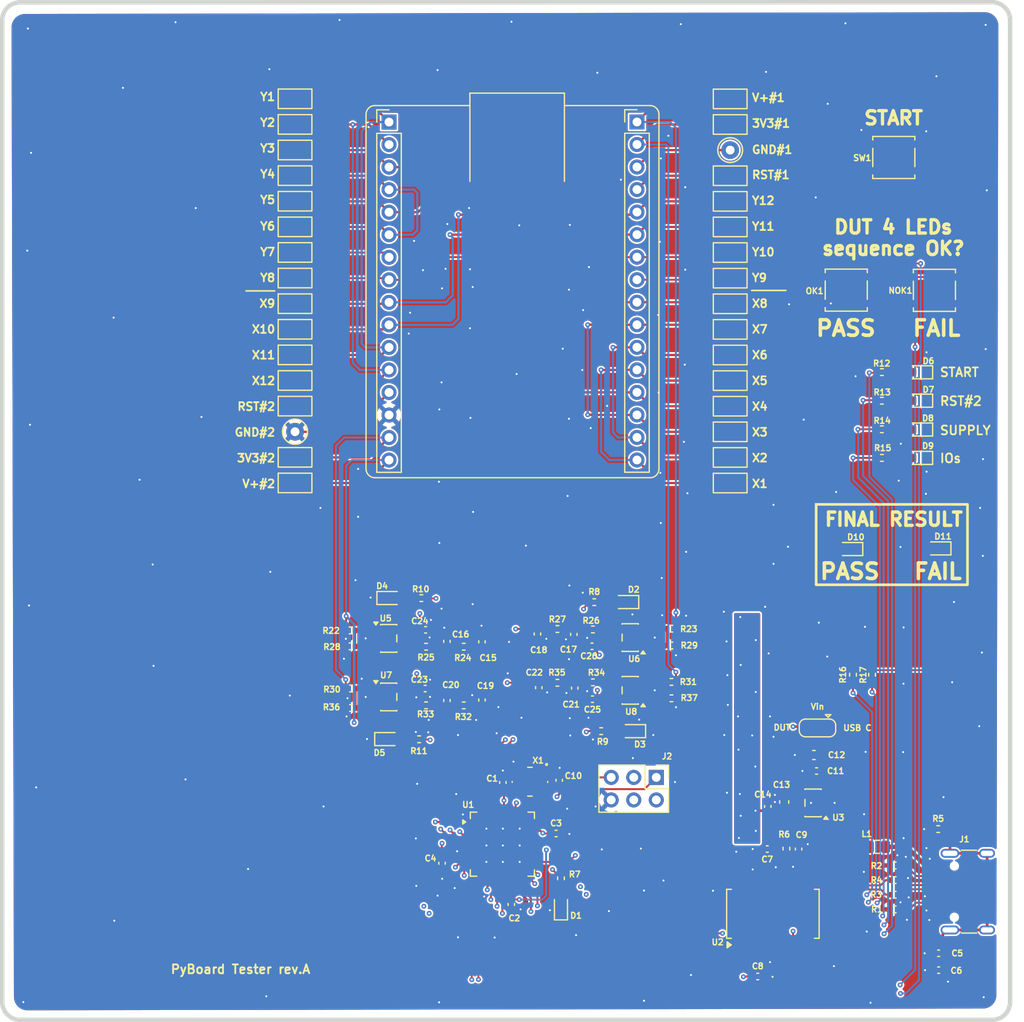
<source format=kicad_pcb>
(kicad_pcb (version 20241229) (generator "pcbnew") (generator_version "9.0")
  (layers (0 "F.Cu" signal) (4 "In1.Cu" signal) (6 "In2.Cu" signal) (2 "B.Cu" signal) (13 "F.Paste" user) (15 "B.Paste" user) (5 "F.SilkS" user "F.Silkscreen") (7 "B.SilkS" user "B.Silkscreen") (1 "F.Mask" user) (3 "B.Mask" user) (25 "Edge.Cuts" user))
  (net 0 "")
  (net 1 "+3V3#2")
  (net 2 "V+#2")
  (net 3 "V+#1")
  (net 4 "+3V3#1")
  (net 5 "Net-(J1-SHIELD)")
  (net 6 "Net-(U2-3V3OUT)")
  (net 7 "/USBD-")
  (net 8 "/USBD+")
  (net 9 "/module on test/PB1-Y12")
  (net 10 "/module on test/PB0-Y11")
  (net 11 "/module on test/PB13-Y6")
  (net 12 "/module on test/PB10-Y9")
  (net 13 "/module on test/PB12-Y5")
  (net 14 "/~{RST}#2 feedback")
  (net 15 "/module on test/PC4-X11")
  (net 16 "GND")
  (net 17 "Net-(C17-Pad1)")
  (net 18 "Net-(C20-Pad1)")
  (net 19 "Net-(C21-Pad1)")
  (net 20 "Net-(C16-Pad1)")
  (net 21 "Net-(D1-A)")
  (net 22 "Net-(D2-A)")
  (net 23 "Net-(D3-A)")
  (net 24 "Net-(D4-A)")
  (net 25 "Net-(D5-A)")
  (net 26 "/PDI_CLOCK")
  (net 28 "/PDI_DATA")
  (net 30 "/OSC")
  (net 33 "Net-(U2-~{RESET})")
  (net 34 "Net-(U7-+)")
  (net 35 "Net-(U5-+)")
  (net 36 "Net-(U5--)")
  (net 37 "Net-(U6-+)")
  (net 38 "Net-(U6--)")
  (net 39 "/STATE_LED")
  (net 40 "Net-(U8-+)")
  (net 41 "Net-(U7--)")
  (net 42 "Net-(U8--)")
  (net 46 "/~{RST}#1 actuador")
  (net 47 "Net-(D6-A)")
  (net 49 "Net-(D7-A)")
  (net 50 "/V+#1_chck")
  (net 51 "/+3V3#1_chck")
  (net 52 "/V+#2_chck")
  (net 53 "/+3V3#2_chck")
  (net 54 "/V+#1_ok")
  (net 55 "/+3V3#1_ok")
  (net 56 "/V+#2_ok")
  (net 57 "/+3V3#2_ok")
  (net 58 "Net-(D10-A)")
  (net 59 "/module on test/PC5-X12")
  (net 60 "/module on test/PB11-Y10")
  (net 61 "Net-(D11-A)")
  (net 62 "/module on test/PA1-X2")
  (net 63 "/module on test/PA3-X4")
  (net 64 "/module on test/PA0-X1")
  (net 65 "/module on test/PA2-X3")
  (net 66 "Net-(D8-A)")
  (net 67 "+3V3")
  (net 69 "Net-(U1-PC2{slash}OC0C{slash}RXD0)")
  (net 70 "Net-(U1-PC3{slash}OC0D{slash}TXD0)")
  (net 82 "/CC2")
  (net 83 "/FTDI_RTS")
  (net 84 "/FTDI_RXD")
  (net 85 "/FTDI_CTS")
  (net 86 "/FTDI_TXD")
  (net 88 "/CC1")
  (net 89 "/VBUS")
  (net 90 "/D+")
  (net 92 "/D-")
  (net 93 "Vin")
  (net 95 "GND#1")
  (net 97 "USB+5V")
  (net 98 "Net-(D9-A)")
  (net 99 "/RST#1_LED")
  (net 100 "/RST#2_LED")
  (net 101 "/SUPPLY_LED")
  (net 102 "/IOs_LED")
  (net 103 "/OK_LED")
  (net 104 "/NOK_LED")
  (footprint "TestPoint:TestPoint_Keystone_5015_Micro_Mini" (layer "F.Cu") (at 116.790681 47.583189)
    (property "Reference" "TP1" (hide yes))
    (property "Value" "TestPoint" (hide yes))
  )
  (footprint "Capacitor_SMD:C_0402_1005Metric" (layer "F.Cu") (at 175.55 123.3525 180)
    (property "Reference" "C11")
    (property "Value" "100nF" (hide yes))
  )
  (footprint "TestPoint:TestPoint_Keystone_5015_Micro_Mini" (layer "F.Cu") (at 116.790681 62.016522)
    (property "Reference" "TP11" (hide yes))
    (property "Value" "TestPoint" (hide yes))
  )
  (footprint "Button_Switch_SMD:SW_SPST_TL3305B" (layer "F.Cu") (at 184.25 54.2 180)
    (property "Reference" "SW1")
    (property "Value" "SW_SPST" (hide yes))
  )
  (footprint "Resistor_SMD:R_0402_1005Metric" (layer "F.Cu") (at 135.8 115.9568)
    (property "Reference" "R32")
    (property "Value" "10k 0.1%" (hide yes))
  )
  (footprint "LED_SMD:LED_0603_1608Metric" (layer "F.Cu") (at 187.1375 84.8612 180)
    (property "Reference" "D8")
    (property "Value" "Green LED" (hide yes))
  )
  (footprint "LED_SMD:LED_0603_1608Metric" (layer "F.Cu") (at 189.2 98.2625 180)
    (property "Reference" "D11")
    (property "Value" "Red LED" (hide yes))
  )
  (footprint "Connector_PinHeader_2.54mm:PinHeader_1x16_P2.54mm_Vertical" (layer "F.Cu") (at 155.314 50.1948)
    (property "Reference" "J5" (hide yes))
    (property "Value" "Conn_01x08" (hide yes))
  )
  (footprint "Resistor_SMD:R_0402_1005Metric" (layer "F.Cu") (at 184.35 137.3)
    (property "Reference" "R3")
    (property "Value" "27R" (hide yes))
  )
  (footprint "Jumper:SolderJumper-3_P1.3mm_Bridged12_RoundedPad1.0x1.5mm" (layer "F.Cu") (at 175.65 118.5006 180)
    (property "Reference" "J3" (hide yes))
    (property "Value" "3pin_hd" (hide yes))
  )
  (footprint "Package_SO:SSOP-28_5.3x10.2mm_P0.65mm" (layer "F.Cu") (at 170.625 139.45 90)
    (property "Reference" "U2")
    (property "Value" "FT232RNL" (hide yes))
  )
  (footprint "Resistor_SMD:R_0402_1005Metric" (layer "F.Cu") (at 184.35 134 180)
    (property "Reference" "R2")
    (property "Value" "5k1 0.1%" (hide yes))
  )
  (footprint "Resistor_SMD:R_0402_1005Metric" (layer "F.Cu") (at 181.8 112.5 -90)
    (property "Reference" "R17")
    (property "Value" "560" (hide yes))
  )
  (footprint "Resistor_SMD:R_0805_2012Metric" (layer "F.Cu") (at 182.4 131.9 180)
    (property "Reference" "L1")
    (property "Value" "40R@100MHz" (hide yes))
  )
  (footprint "Resistor_SMD:R_0402_1005Metric" (layer "F.Cu") (at 131.55 109.3437)
    (property "Reference" "R25")
    (property "Value" "10k 0.1%" (hide yes))
  )
  (footprint "Resistor_SMD:R_0402_1005Metric" (layer "F.Cu") (at 130.7712 119.778)
    (property "Reference" "R11")
    (property "Value" "330R" (hide yes))
  )
  (footprint "Capacitor_SMD:C_0402_1005Metric" (layer "F.Cu") (at 169.9925 132.15 180)
    (property "Reference" "C7")
    (property "Value" "100nF" (hide yes))
  )
  (footprint "Resistor_SMD:R_0402_1005Metric" (layer "F.Cu") (at 123.05 109.3068)
    (property "Reference" "R28")
    (property "Value" "5k1 0.1%" (hide yes))
  )
  (footprint "Capacitor_SMD:C_0402_1005Metric_Pad0.74x0.62mm_HandSolder" (layer "F.Cu") (at 137.85 108.7937 90)
    (property "Reference" "C15")
    (property "Value" "15nF" (hide yes))
  )
  (footprint "Capacitor_SMD:C_0402_1005Metric" (layer "F.Cu") (at 150.25 109.3 180)
    (property "Reference" "C26")
    (property "Value" "100nF" (hide yes))
  )
  (footprint "Capacitor_SMD:C_0402_1005Metric_Pad0.74x0.62mm_HandSolder" (layer "F.Cu") (at 148.2 107.9612 -90)
    (property "Reference" "C17")
    (property "Value" "15nF" (hide yes))
  )
  (footprint "Resistor_SMD:R_0402_1005Metric" (layer "F.Cu") (at 131.0212 103.8676)
    (property "Reference" "R10")
    (property "Value" "330R" (hide yes))
  )
  (footprint "Resistor_SMD:R_0402_1005Metric" (layer "F.Cu") (at 123.1 116.2568)
    (property "Reference" "R36")
    (property "Value" "5k1 0.1%" (hide yes))
  )
  (footprint "Resistor_SMD:R_0402_1005Metric" (layer "F.Cu") (at 150.35 113.3612 180)
    (property "Reference" "R34")
    (property "Value" "10k 0.1%" (hide yes))
  )
  (footprint "Resistor_SMD:R_0402_1005Metric" (layer "F.Cu") (at 184.35 138.95 180)
    (property "Reference" "R1")
    (property "Value" "5k1 0.1%" (hide yes))
  )
  (footprint "Resistor_SMD:R_0402_1005Metric" (layer "F.Cu") (at 182.9 81.6164 180)
    (property "Reference" "R13")
    (property "Value" "330R" (hide yes))
  )
  (footprint "Package_TO_SOT_SMD:SOT-23-5" (layer "F.Cu") (at 154.55 114.2612 180)
    (property "Reference" "U8")
    (property "Value" "THS4281" (hide yes))
  )
  (footprint "LED_SMD:LED_0603_1608Metric" (layer "F.Cu") (at 154.8 118.8612 180)
    (property "Reference" "D3")
    (property "Value" "Green LED" (hide yes))
  )
  (footprint "TestPoint:TestPoint_Keystone_5015_Micro_Mini" (layer "F.Cu") (at 165.814 76.461467)
    (property "Reference" "TP22" (hide yes))
    (property "Value" "TestPoint" (hide yes))
  )
  (footprint "Resistor_SMD:R_0402_1005Metric" (layer "F.Cu") (at 135.8 109.3437)
    (property "Reference" "R24")
    (property "Value" "10k 0.1%" (hide yes))
  )
  (footprint "TestPoint:TestPoint_Keystone_5000-5004_Miniature" (layer "F.Cu") (at 116.790681 85.109856)
    (property "Reference" "TP27" (hide yes))
    (property "Value" "TestPoint" (hide yes))
  )
  (footprint "Resistor_SMD:R_0402_1005Metric" (layer "F.Cu") (at 159.2 115.1612 180)
    (property "Reference" "R37")
    (property "Value" "5k1 0.1%" (hide yes))
  )
  (footprint "TestPoint:TestPoint_Keystone_5015_Micro_Mini" (layer "F.Cu") (at 165.814 79.348133)
    (property "Reference" "TP24" (hide yes))
    (property "Value" "TestPoint" (hide yes))
  )
  (footprint "Capacitor_SMD:C_0402_1005Metric" (layer "F.Cu") (at 131.45 114.0568)
    (property "Reference" "C23")
    (property "Value" "100nF" (hide yes))
  )
  (footprint "Resistor_SMD:R_0402_1005Metric" (layer "F.Cu") (at 182.9 84.8388 180)
    (property "Reference" "R14")
    (property "Value" "330R" (hide yes))
  )
  (footprint "Resistor_SMD:R_0402_1005Metric" (layer "F.Cu") (at 131.55 115.9568)
    (property "Reference" "R33")
    (property "Value" "10k 0.1%" (hide yes))
  )
  (footprint "Capacitor_SMD:C_0402_1005Metric" (layer "F.Cu") (at 168.9175 146.5175)
    (property "Reference" "C8")
    (property "Value" "100nF" (hide yes))
  )
  (footprint "LED_SMD:LED_0603_1608Metric" (layer "F.Cu") (at 146.75 138.65 90)
    (property "Reference" "D1")
    (property "Value" "Green LED" (hide yes))
  )
  (footprint "Capacitor_SMD:C_0402_1005Metric" (layer "F.Cu") (at 131.5 107.4437)
    (property "Reference" "C24")
    (property "Value" "100nF" (hide yes))
  )
  (footprint "Button_Switch_SMD:SW_SPST_TL3305B" (layer "F.Cu") (at 178.8906 69.15)
    (property "Reference" "OK1")
    (property "Value" "SW_SPST")
  )
  (footprint "TestPoint:TestPoint_Keystone_5015_Micro_Mini" (layer "F.Cu") (at 116.790681 50.469856)
    (property "Reference" "TP3" (hide yes))
    (property "Value" "TestPoint" (hide yes))
  )
  (footprint "Capacitor_SMD:C_0402_1005Metric_Pad0.74x0.62mm_HandSolder" (layer "F.Cu") (at 137.85 115.3568 90)
    (property "Reference" "C19")
    (property "Value" "15nF" (hide yes))
  )
  (footprint "Resistor_SMD:R_0402_1005Metric" (layer "F.Cu") (at 146.35 113.4112 180)
    (property "Reference" "R35")
    (property "Value" "10k 0.1%" (hide yes))
  )
  (footprint "Capacitor_SMD:C_0402_1005Metric" (layer "F.Cu") (at 150.3 115.2612 180)
    (property "Reference" "C25")
    (property "Value" "100nF" (hide yes))
  )
  (footprint "Resistor_SMD:R_0402_1005Metric" (layer "F.Cu") (at 159.19 107.3112)
    (property "Reference" "R23")
    (property "Value" "10k 0.1%" (hide yes))
  )
  (footprint "Package_TO_SOT_SMD:SOT-23-5" (layer "F.Cu") (at 127.35 108.4068)
    (property "Reference" "U5")
    (property "Value" "THS4281" (hide yes))
  )
  (footprint "TestPoint:TestPoint_Keystone_5015_Micro_Mini" (layer "F.Cu") (at 165.814 90.8948)
    (property "Reference" "TP32" (hide yes))
    (property "Value" "TestPoint" (hide yes))
  )
  (footprint "Capacitor_SMD:C_0402_1005Metric_Pad0.74x0.62mm_HandSolder" (layer "F.Cu") (at 133.9 115.4068 90)
    (property "Reference" "C20")
    (property "Value" "15nF" (hide yes))
  )
  (footprint "Capacitor_SMD:C_0402_1005Metric" (layer "F.Cu") (at 170.05 127.35 90)
    (property "Reference" "C14")
    (property "Value" "100nF" (hide yes))
  )
  (footprint "Resistor_SMD:R_0402_1005Metric" (layer "F.Cu") (at 146.35 107.35 180)
    (property "Reference" "R27")
    (property "Value" "10k 0.1%" (hide yes))
  )
  (footprint "Resistor_SMD:R_0402_1005Metric" (layer "F.Cu") (at 182.9087 78.394 180)
    (property "Reference" "R12")
    (property "Value" "330R" (hide yes))
  )
  (footprint "TestPoint:TestPoint_Keystone_5015_Micro_Mini" (layer "F.Cu") (at 165.814 64.9148)
    (property "Reference" "TP14" (hide yes))
    (property "Value" "TestPoint" (hide yes))
  )
  (footprint "Package_TO_SOT_SMD:SOT-23-5" (layer "F.Cu") (at 127.35 115.0068)
    (property "Reference" "U7")
    (property "Value" "THS4281" (hide yes))
  )
  (footprint "PyBoardTester FootprintLib:OSC" (layer "F.Cu") (at 143.254 124.584596 180)
    (property "Reference" "X1")
    (property "Value" "32MHz" (hide yes))
  )
  (footprint "Resistor_SMD:R_0402_1005Metric" (layer "F.Cu") (at 150.35 107.4 180)
    (property "Reference" "R26")
    (property "Value" "10k 0.1%" (hide yes))
  )
  (footprint "TestPoint:TestPoint_Keystone_5015_Micro_Mini" (layer "F.Cu") (at 116.790681 82.223189)
    (property "Reference" "TP25" (hide yes))
    (property "Value" "TestPoint" (hide yes))
  )
  (footprint "Capacitor_SMD:C_0402_1005Metric" (layer "F.Cu") (at 189.3 145.8)
    (property "Reference" "C6")
    (property "Value" "100nF" (hide yes))
  )
  (footprint "TestPoint:TestPoint_Keystone_5015_Micro_Mini" (layer "F.Cu") (at 116.790681 70.676522)
    (property "Reference" "TP17" (hide yes))
    (property "Value" "TestPoint" (hide yes))
  )
  (footprint "Package_TO_SOT_SMD:SOT-23-5" (layer "F.Cu") (at 175.15 126.95 180)
    (property "Reference" "U3")
    (property "Value" "LP5907MFX-3.3" (hide yes))
  )
  (footprint "TestPoint:TestPoint_Keystone_5015_Micro_Mini" (layer "F.Cu") (at 165.814 59.141467)
    (property "Reference" "TP10" (hide yes))
    (property "Value" "TestPoint" (hide yes))
  )
  (footprint "TestPoint:TestPoint_Keystone_5015_Micro_Mini" (layer "F.Cu") (at 116.790681 59.129856)
    (property "Reference" "TP9" (hide yes))
    (property "Value" "TestPoint" (hide yes))
  )
  (footprint "Resistor_SMD:R_0402_1005Metric" (layer "F.Cu") (at 172.15 132.1 -90)
    (property "Reference" "R6")
    (property "Value" "10k 0.1%" (hide yes))
  )
  (footprint "Button_Switch_SMD:SW_SPST_TL3305B" (layer "F.Cu") (at 188.825 69.175)
    (property "Reference" "NOK1")
    (property "Value" "SW_SPST")
  )
  (footprint "Capacitor_SMD:C_0402_1005Metric" (layer "F.Cu") (at 141.154 138.4 -90)
    (property "Reference" "C2")
    (property "Value" "100nF" (hide yes))
  )
  (footprint "Capacitor_SMD:C_0402_1005Metric" (layer "F.Cu") (at 146.2 130.4)
    (property "Reference" "C3")
    (property "Value" "100nF" (hide yes))
  )
  (footprint "Resistor_SMD:R_0402_1005Metric" (layer "F.Cu") (at 146.75 135.45 90)
    (property "Reference" "R7")
    (property "Value" "330R" (hide yes))
  )
  (footprint "LED_SMD:LED_0603_1608Metric" (layer "F.Cu") (at 127.5 103.8568)
    (property "Reference" "D4")
    (property "Value" "Green LED" (hide yes))
  )
  (footprint "TestPoint:TestPoint_Keystone_5015_Micro_Mini" (layer "F.Cu") (at 116.790681 76.449856)
    (property "Reference" "TP21" (hide yes))
    (property "Value" "TestPoint" (hide yes))
  )
  (footprint "Resistor_SMD:R_0402_1005Metric" (layer "F.Cu") (at 182.9087 88.0612 180)
    (property "Reference" "R15")
    (property "Value" "330R" (hide yes))
  )
  (footprint "TestPoint:TestPoint_Keystone_5015_Micro_Mini" (layer "F.Cu") (at 165.814 73.5748)
    (property "Reference" "TP20" (hide yes))
    (property "Value" "TestPoint" (hide yes))
  )
  (footprint "TestPoint:TestPoint_Keystone_5015_Micro_Mini" (layer "F.Cu") (at 165.814 82.2348)
    (property "Reference" "TP26" (hide yes))
    (property "Value" "TestPoint" (hide yes))
  )
  (footprint "LED_SMD:LED_0603_1608Metric" (layer "F.Cu") (at 179.2656 98.3375 180)
    (property "Reference" "D10")
    (property "Value" "Green LED" (hide yes))
  )
  (footprint "Package_DFN_QFN:QFN-44-1EP_7x7mm_P0.5mm_EP5.2x5.2mm" (layer "F.Cu") (at 140.15 131.6)
    (property "Reference" "U1")
    (property "Value" "ATXMEGA32A4U-MH" (hide yes))
  )
  (footprint "Capacitor_SMD:C_0402_1005Metric" (layer "F.Cu") (at 133.35 133.75 -90)
    (property "Reference" "C4")
    (property "Value" "100nF" (hide yes))
  )
  (footprint "Capacitor_SMD:C_0402_1005Metric" (layer "F.Cu") (at 146.55 124.4 90)
    (property "Reference" "C10")
    (property "Value" "100nF" (hide yes))
  )
  (footprint "TestPoint:TestPoint_Keystone_5015_Micro_Mini" (layer "F.Cu") (at 165.814 85.121467)
    (property "Reference" "TP28" (hide yes))
    (property "Value" "TestPoint" (hide yes))
  )
  (footprint "TestPoint:TestPoint_Keystone_5015_Micro_Mini" (layer "F.Cu") (at 116.790681 53.356522)
    (property "Reference" "TP5" (hide yes))
    (property "Value" "TestPoint" (hide yes))
  )
  (footprint "TestPoint:TestPoint_Keystone_5015_Micro_Mini" (layer "F.Cu") (at 116.790681 56.243189)
    (property "Reference" "TP7" (hide yes))
    (property "Value" "TestPoint" (hide yes))
  )
  (footprint "TestPoint:TestPoint_Keystone_5015_Micro_Mini" (layer "F.Cu") (at 165.814 88.008133)
    (property "Reference" "TP30" (hide yes))
    (property "Value" "TestPoint" (hide yes))
  )
  (footprint "TestPoint:TestPoint_Keystone_5015_Micro_Mini" (layer "F.Cu") (at 116.790681 67.789856)
    (property "Reference" "TP15" (hide yes))
    (property "Value" "TestPoint" (hide yes))
  )
  (footprint "Capacitor_SMD:C_0402_1005Metric_Pad0.74x0.62mm_HandSolder" (layer "F.Cu") (at 148.3 114.0112 -90)
    (property "Reference" "C21")
    (property "Value" "15nF" (hide yes))
  )
  (footprint "Resistor_SMD:R_0402_1005Metric" (layer "F.Cu") (at 159.2 113.3112)
    (property "Reference" "R31")
    (property "Value" "10k 0.1%" (hide yes))
  )
  (footprint "Capacitor_SMD:C_0603_1608Metric" (layer "F.Cu") (at 171.9 126.85 90)
    (property "Reference" "C13")
    (property "Value" "4.7uF" (hide yes))
  )
  (footprint "Connector_PinHeader_2.54mm:PinHeader_2x03_P2.54mm_Vertical" (layer "F.Cu") (at 157.49 124.075 -90)
    (property "Reference" "J2")
    (property "Value" "6pin_hd" (hide yes))
  )
  (footprint "Capacitor_SMD:C_0402_1005Metric_Pad0.74x0.62mm_HandSolder" (layer "F.Cu") (at 144.1 107.9112 -90)
    (property "Reference" "C18")
    (property "Value" "15nF" (hide yes))
  )
  (footprint "TestPoint:TestPoint_Keystone_5015_Micro_Mini" (layer "F.Cu") (at 116.790681 64.903189)
    (property "Reference" "TP13" (hide yes))
    (property "Value" "TestPoint" (hide yes))
  )
  (footprint "LED_SMD:LED_0603_1608Metric" (layer "F.Cu") (at 187.1375 78.4112 180)
    (property "Reference" "D6")
    (property "Value" "Green LED" (hide yes))
  )
  (footprint "TestPoint:TestPoint_Keystone_5015_Micro_Mini" (layer "F.Cu") (at 165.814 62.028133)
    (property "Reference" "TP12" (hide yes))
    (property "Value" "TestPoint" (hide yes))
  )
  (footprint "Resistor_SMD:R_0402_1005Metric" (layer "F.Cu") (at 159.2 109.2112 180)
    (property "Reference" "R29")
    (property "Value" "5k1 0.1%" (hide yes))
  )
  (footprint "Resistor_SMD:R_0402_1005Metric" (layer "F.Cu") (at 179.65 112.5 -90)
    (property "Reference" "R16")
    (property "Value" "330R" (hide yes))
  )
  (footprint "Capacitor_SMD:C_0402_1005Metric" (layer "F.Cu") (at 189.3 143.9 180)
    (property "Reference" "C5")
    (property "Value" "4.7nF" (hide yes))
  )
  (footprint "TestPoint:TestPoint_Keystone_5015_Micro_Mini" (layer "F.Cu") (at 116.790681 79.336522)
    (property "Reference" "TP23" (hide yes))
    (property "Value" "TestPoint" (hide yes))
  )
  (footprint "Capacitor_SMD:C_0402_1005Metric" (layer "F.Cu") (at 173.525 132.15 -90)
    (property "Reference" "C9")
    (property "Value" "100nF" (hide yes))
  )
  (footprint "LED_SMD:LED_0603_1608Metric" (layer "F.Cu") (at 187.1375 81.6112 180)
    (property "Reference" "D7")
    (property "Value" "Green LED" (hide yes))
  )
  (footprint "TestPoint:TestPoint_Keystone_5015_Micro_Mini" (layer "F.Cu") (at 165.814 70.688133)
    (property "Reference" "TP18" (hide yes))
    (property "Value" "TestPoint" (hide yes))
  )
  (footprint "Resistor_SMD:R_0402_1005Metric" (layer "F.Cu") (at 150.5038 104.3212 180)
    (property "Reference" "R8")
    (property "Value" "330R" (hide yes))
  )
  (footprint "Capacitor_SMD:C_0402_1005Metric_Pad0.74x0.62mm_HandSolder" (layer "F.Cu") (at 144.25 113.9612 -90)
    (property "Reference" "C22")
    (property "Value" "15nF" (hide yes))
  )
  (footprint "Capacitor_SMD:C_0402_1005Metric" (layer "F.Cu") (at 140.2 124.65 90)
    (property "Reference" "C1")
    (property "Value" "100nF" (hide yes))
  )
  (footprint "TestPoint:TestPoint_Keystone_5015_Micro_Mini" (layer "F.Cu") (at 165.814 67.801467)
    (property "Reference" "TP16" (hide yes))
    (property "Value" "TestPoint" (hide yes))
  )
  (footprint "TestPoint:TestPoint_Keystone_5015_Micro_Mini" (layer "F.Cu") (at 165.814 47.5948)
    (property "Reference" "TP2" (hide yes))
    (property "Value" "TestPoint" (hide yes))
  )
  (footprint "Resistor_SMD:R_0402_1005Metric" (layer "F.Cu") (at 151.2788 118.8608 180)
    (property "Reference" "R9")
    (property "Value" "330R" (hide yes))
  )
  (footprint "Resistor_SMD:R_0402_1005Metric" (layer "F.Cu") (at 123.1 114.0568 180)
    (property "Reference" "R30")
    (property "Value" "10k 0.1%" (hide yes))
  )
  (footprint "Resistor_SMD:R_0402_1005Metric" (layer "F.Cu") (at 123.05 107.5068 180)
    (property "Reference" "R22")
    (property "Value" "10k 0.1%" (hide yes))
  )
  (footprint "PyBoardTester FootprintLib:USB_C_Receptacle_GCT_USB4105-xx-A_16P_TopMnt_Horizontal" (layer "F.Cu") (at 193.675 136.95 90)
    (property "Reference" "J1")
    (property "Value" "USB4105-GF-A")
  )
  (footprint "LED_SMD:LED_0603_1608Metric" (layer "F.Cu") (at 127.25 119.7568)
    (property "Reference" "D5")
    (property "Value" "Green LED" (hide yes))
  )
  (footprint "LED_SMD:LED_0603_1608Metric" (layer "F.Cu") (at 154.025 104.3112 180)
    (property "Reference" "D2")
    (property "Value" "Green LED" (hide yes))
  )
  (footprint "TestPoint:TestPoint_Keystone_5015_Micro_Mini" (layer "F.Cu") (at 165.814 56.2548)
    (property "Reference" "TP8" (hide yes))
    (property "Value" "TestPoint" (hide yes))
  )
  (footprint "TestPoint:TestPoint_Keystone_5000-5004_Miniature" (layer "F.Cu") (at 165.814 53.368133)
    (property "Reference" "TP6" (hide yes))
    (property "Value" "TestPoint" (hide yes))
  )
  (footprint "Capacitor_SMD:C_0402_1005Metric_Pad0.74x0.62mm_HandSolder" (layer "F.Cu") (at 133.9 108.7437 90)
    (property "Reference" "C16")
    (property "Value" "15nF" (hide yes))
  )
  (footprint "Resistor_SMD:R_0402_1005Metric" (layer "F.Cu") (at 184.35 135.65)
    (property "Reference" "R4")
    (property "Value" "27R" (hide yes))
  )
  (footprint "Connector_PinHeader_2.54mm:PinHeader_1x16_P2.54mm_Vertical" (layer "F.Cu") (at 127.38 50.2068)
    (property "Reference" "J4" (hide yes))
    (property "Value" "Conn_01x08" (hide yes))
  )
  (footprint "Package_TO_SOT_SMD:SOT-23-5" (layer "F.Cu") (at 154.55 108.3112 180)
    (property "Reference" "U6")
    (property "Value" "THS4281" (hide yes))
  )
  (footprint "Resistor_SMD:R_0402_1005Metric" (layer "F.Cu") (at 189.25 129.9)
    (property "Reference" "R5")
    (property "Value" "1M" (hide yes))
  )
  (footprint "TestPoint:TestPoint_Keystone_5015_Micro_Mini" (layer "F.Cu") (at 116.790681 73.563189)
    (property "Reference" "TP19" (hide yes))
    (property "Value" "TestPoint" (hide yes))
  )
  (footprint "TestPoint:TestPoint_Keystone_5015_Micro_Mini" (layer "F.Cu") (at 116.790681 90.883189)
    (property "Reference" "TP31" (hide yes))
    (property "Value" "TestPoint" (hide yes))
  )
  (footprint "LED_SMD:LED_0603_1608Metric" (layer "F.Cu") (at 187.1375 88.0612 180)
    (property "Reference" "D9")
    (property "Value" "Green LED" (hide yes))
  )
  (footprint "Capacitor_SMD:C_0603_1608Metric" (layer "F.Cu") (at 175.25 121.5525 180)
    (property "Reference" "C12")
    (property "Value" "2.2uF" (hide yes))
  )
  (footprint "TestPoint:TestPoint_Keystone_5015_Micro_Mini" (layer "F.Cu") (at 165.814 50.481467)
    (property "Reference" "TP4" (hide yes))
    (property "Value" "TestPoint" (hide yes))
  )
  (footprint "TestPoint:TestPoint_Keystone_5015_Micro_Mini" (layer "F.Cu") (at 116.790681 87.996522)
    (property "Reference" "TP29" (hide yes))
    (property "Value" "TestPoint" (hide yes))
  )
  (gr_arc (start 124.789 49.3448) (mid 125.081864 48.637664) (end 125.789 48.3448) (stroke (width 0.1524)) (layer "F.SilkS"))
  (gr_line (start 125.789 48.3448) (end 136.489 48.3448) (stroke (width 0.1524)) (layer "F.SilkS"))
  (gr_line (start 156.789 90.2948) (end 125.789 90.2948) (stroke (width 0.1524)) (layer "F.SilkS"))
  (gr_line (start 136.489 46.9448) (end 147.139 46.9448) (stroke (width 0.1524)) (layer "F.SilkS"))
  (gr_line (start 124.789 89.2948) (end 124.789 49.3448) (stroke (width 0.1524)) (layer "F.SilkS"))
  (gr_arc (start 156.789 48.3448) (mid 157.496107 48.637693) (end 157.789 49.3448) (stroke (width 0.1524)) (layer "F.SilkS"))
  (gr_arc (start 157.789 89.2948) (mid 157.496077 90.001877) (end 156.789 90.2948) (stroke (width 0.1524)) (layer "F.SilkS"))
  (gr_line (start 168.2336 69.1848) (end 172.0944 69.1848) (stroke (width 0.1778)) (layer "F.SilkS"))
  (gr_line (start 147.139 46.9448) (end 147.139 56.8948) (stroke (width 0.1524)) (layer "F.SilkS"))
  (gr_line (start 136.489 56.8948) (end 136.489 46.9448) (stroke (width 0.1524)) (layer "F.SilkS"))
  (gr_line (start 157.789 49.3448) (end 157.789 89.2948) (stroke (width 0.1524)) (layer "F.SilkS"))
  (gr_line (start 147.139 48.3448) (end 156.789 48.3448) (stroke (width 0.1524)) (layer "F.SilkS"))
  (gr_rect (start 175.5 93.3) (end 192.55 102.3625) (stroke (width 0.3)) (fill no) (layer "F.SilkS"))
  (gr_line (start 111.268856 69.238466) (end 114.494656 69.238466) (stroke (width 0.1778)) (layer "F.SilkS"))
  (gr_arc (start 125.789 90.2948) (mid 125.081893 90.001907) (end 124.789 89.2948) (stroke (width 0.1524)) (layer "F.SilkS"))
  (gr_line (start 197.35 38.7) (end 197.35 149.4) (stroke (width 0.5)) (layer "Edge.Cuts"))
  (gr_arc (start 85.8 151.4) (mid 84.385786 150.814214) (end 83.8 149.4) (stroke (width 0.5)) (layer "Edge.Cuts"))
  (gr_line (start 85.792517 36.714214) (end 195.25 36.7) (stroke (width 0.5)) (layer "Edge.Cuts"))
  (gr_line (start 195.35 151.4) (end 85.8 151.4) (stroke (width 0.5)) (layer "Edge.Cuts"))
  (gr_arc (start 195.25 36.7) (mid 196.728573 37.249998) (end 197.35 38.7) (stroke (width 0.5)) (layer "Edge.Cuts"))
  (gr_line (start 83.8 149.4) (end 83.8 38.714214) (stroke (width 0.5)) (layer "Edge.Cuts"))
  (gr_arc (start 197.35 149.4) (mid 196.764214 150.814214) (end 195.35 151.4) (stroke (width 0.5)) (layer "Edge.Cuts"))
  (gr_arc (start 83.8 38.714214) (mid 84.385786 37.3) (end 85.8 36.714214) (stroke (width 0.5)) (layer "Edge.Cuts"))
  (gr_text "GND#1" (at 168.164 53.85 0) (layer "F.SilkS") (effects (font (size 0.9 0.9) (thickness 0.2) (bold yes)) (justify left bottom)))
  (gr_text "FAIL" (at 189.075 73.45 0) (layer "F.SilkS") (effects (font (size 1.75 1.75) (thickness 0.4) (bold yes))))
  (gr_text "Y3" (at 112.756857 53.691468 0) (layer "F.SilkS") (effects (font (size 0.9 0.9) (thickness 0.2) (bold yes)) (justify left bottom)))
  (gr_text "X1" (at 168.164 91.4948 0) (layer "F.SilkS") (effects (font (size 0.9 0.9) (thickness 0.2) (bold yes)) (justify left bottom)))
  (gr_text "X8" (at 168.164 71.190133 0) (layer "F.SilkS") (effects (font (size 0.9 0.9) (thickness 0.2) (bold yes)) (justify left bottom)))
  (gr_text "DUT" (at 171.65 118.45 0) (layer "F.SilkS") (effects (font (size 0.6604 0.6604) (thickness 0.1524))))
  (gr_text "IOs" (at 190.637499 88.1112 0) (layer "F.SilkS") (effects (font (size 1 1) (thickness 0.2) (bold yes))))
  (gr_text "Vin" (at 175.65 116.1 0) (layer "F.SilkS") (effects (font (size 0.6604 0.6604) (thickness 0.1524))))
  (gr_text "Y10" (at 168.164 65.3888 0) (layer "F.SilkS") (effects (font (size 0.9 0.9) (thickness 0.2) (bold yes)) (justify left bottom)))
  (gr_text "DUT 4 LEDs\nsequence OK?" (at 184.2 63.25 0) (layer "F.SilkS") (effects (font (size 1.5 1.5) (thickness 0.375) (bold yes))))
  (gr_text "SUPPLY" (at 192.304166 84.9612 0) (layer "F.SilkS") (effects (font (size 1 1) (thickness 0.2) (bold yes))))
  (gr_text "Y2" (at 112.756857 50.788134 0) (layer "F.SilkS") (effects (font (size 0.9 0.9) (thickness 0.2) (bold yes)) (justify left bottom)))
  (gr_text "X11" (at 111.814 76.9948 0) (layer "F.SilkS") (effects (font (size 0.9 0.9) (thickness 0.2) (bold yes)) (justify left bottom)))
  (gr_text "Y11" (at 168.164 62.488133 0) (layer "F.SilkS") (effects (font (size 0.9 0.9) (thickness 0.2) (bold yes)) (justify left bottom)))
  (gr_text "Y8" (at 112.756857 68.2848 0) (layer "F.SilkS") (effects (font (size 0.9 0.9) (thickness 0.2) (bold yes)) (justify left bottom)))
  (gr_text "PASS" (at 178.85 73.45 0) (layer "F.SilkS") (effects (font (size 1.75 1.75) (thickness 0.4) (bold yes))))
  (gr_text "3V3#2" (at 110.142571 88.608134 0) (layer "F.SilkS") (effects (font (size 0.9 0.9) (thickness 0.2) (bold yes)) (justify left bottom)))
  (gr_text "X3" (at 168.164 85.693467 0) (layer "F.SilkS") (effects (font (size 0.9 0.9) (thickness 0.2) (bold yes)) (justify left bottom)))
  (gr_text "RST#2" (at 191.804166 81.6612 0) (layer "F.SilkS") (effects (font (size 1 1) (thickness 0.2) (bold yes))))
  (gr_text "V+#2" (at 110.742571 91.511467 0) (layer "F.SilkS") (effects (font (size 0.9 0.9) (thickness 0.2) (bold yes)) (justify left bottom)))
  (gr_text "Y4" (at 112.756857 56.594801 0) (layer "F.SilkS") (effects (font (size 0.9 0.9) (thickness 0.2) (bold yes)) (justify left bottom)))
  (gr_text "Y7" (at 112.756857 65.381467 0) (layer "F.SilkS") (effects (font (size 0.9 0.9) (thickness 0.2) (bold yes)) (justify left bottom)))
  (gr_text "Y6" (at 112.756857 62.478134 0) (layer "F.SilkS") (effects (font (size 0.9 0.9) (thickness 0.2) (bold yes)) (justify left bottom)))
  (gr_text "X7" (at 168.164 74.0908 0) (layer "F.SilkS") (effects (font (size 0.9 0.9) (thickness 0.2) (bold yes)) (justify left bottom)))
  (gr_text "X6" (at 168.164 76.991467 0) (layer "F.SilkS") (effects (font (size 0.9 0.9) (thickness 0.2) (bold yes)) (justify left bottom)))
  (gr_text "PyBoard Tester rev.A" (at 110.65 145.7 0) (layer "F.SilkS") (effects (font (size 1 1) (thickness 0.2032) (bold yes))))
  (gr_text "Y9" (at 168.164 68.289467 0) (layer "F.SilkS") (effects (font (size 0.9 0.9) (thickness 0.2) (bold yes)) (justify left bottom)))
  (gr_text "START" (at 191.6375 78.4112 0) (layer "F.SilkS") (effects (font (size 1 1) (thickness 0.2) (bold yes))))
  (gr_text "Y1" (at 112.756857 47.884801 0) (layer "F.SilkS") (effects (font (size 0.9 0.9) (thickness 0.2) (bold yes)) (justify left bottom)))
  (gr_text "RST#1" (at 168.164 56.6868 0) (layer "F.SilkS") (effects (font (size 0.9 0.9) (thickness 0.2) (bold yes)) (justify left bottom)))
  (gr_text "X4" (at 168.164 82.7928 0) (layer "F.SilkS") (effects (font (size 0.9 0.9) (thickness 0.2) (bold yes)) (justify left bottom)))
  (gr_text "X2" (at 168.164 88.594133 0) (layer "F.SilkS") (effects (font (size 0.9 0.9) (thickness 0.2) (bold yes)) (justify left bottom)))
  (gr_text "X10" (at 111.814 74.091467 0) (layer "F.SilkS") (effects (font (size 0.9 0.9) (thickness 0.2) (bold yes)) (justify left bottom)))
  (gr_text "USB C" (at 180.15 118.5 0) (layer "F.SilkS") (effects (font (size 0.6604 0.6604) (thickness 0.1524))))
  (gr_text "FAIL" (at 189.2281 100.8625 0) (layer "F.SilkS") (effects (font (size 1.75 1.75) (thickness 0.4) (bold yes))))
  (gr_text "X5" (at 168.164 79.892133 0) (layer "F.SilkS") (effects (font (size 0.9 0.9) (thickness 0.2) (bold yes)) (justify left bottom)))
  (gr_text "V+#1" (at 168.164 47.9848 0) (layer "F.SilkS") (effects (font (size 0.9 0.9) (thickness 0.2) (bold yes)) (justify left bottom)))
  (gr_text "Y5" (at 112.756857 59.498134 0) (layer "F.SilkS") (effects (font (size 0.9 0.9) (thickness 0.2) (bold yes)) (justify left bottom)))
  (gr_text "START" (at 184.225 49.75 0) (layer "F.SilkS") (effects (font (size 1.5 1.5) (thickness 0.375) (bold yes))))
  (gr_text "X9" (at 112.671143 71.188134 0) (layer "F.SilkS") (effects (font (size 0.9 0.9) (thickness 0.2) (bold yes)) (justify left bottom)))
  (gr_text "GND#2" (at 109.885429 85.7048 0) (layer "F.SilkS") (effects (font (size 0.9 0.9) (thickness 0.2) (bold yes)) (justify left bottom)))
  (gr_text "FINAL RESULT" (at 184.25 94.9875 0) (layer "F.SilkS") (effects (font (size 1.5 1.5) (thickness 0.375) (bold yes))))
  (gr_text "X12" (at 111.814 79.898134 0) (layer "F.SilkS") (effects (font (size 0.9 0.9) (thickness 0.2) (bold yes)) (justify left bottom)))
  (gr_text "3V3#1" (at 168.164 50.885467 0) (layer "F.SilkS") (effects (font (size 0.9 0.9) (thickness 0.2) (bold yes)) (justify left bottom)))
  (gr_text "RST#2" (at 110.185429 82.801467 0) (layer "F.SilkS") (effects (font (size 0.9 0.9) (thickness 0.2) (bold yes)) (justify left bottom)))
  (gr_text "Y12" (at 168.164 59.587467 0) (layer "F.SilkS") (effects (font (size 0.9 0.9) (thickness 0.2) (bold yes)) (justify left bottom)))
  (gr_text "PASS" (at 179.3 100.8625 0) (layer "F.SilkS") (effects (font (size 1.75 1.75) (thickness 0.4) (bold yes))))
  (segment (start 116.790681 87.996522) (end 116.802292 88.008133) (width 0.26) (layer "F.Cu") (net 1))
  (segment (start 122.5 113.05) (end 122.5 113.9136) (width 0.22) (layer "F.Cu") (net 1))
  (segment (start 116.802292 88.008133) (end 125.138667 88.008133) (width 0.26) (layer "F.Cu") (net 1))
  (segment (start 125.138667 88.008133) (end 127.38 85.7668) (width 0.26) (layer "F.Cu") (net 1))
  (via (at 122.5 113.05) (size 0.55) (drill 0.22) (layers "F.Cu" "B.Cu") (net 1))
  (segment (start 121.4 86.7) (end 122.3332 85.7668) (width 0.22) (layer "B.Cu") (net 1))
  (segment (start 121.4 111.95) (end 121.4 86.7) (width 0.22) (layer "B.Cu") (net 1))
  (segment (start 122.5 113.05) (end 121.4 111.95) (width 0.22) (layer "B.Cu") (net 1))
  (segment (start 122.3332 85.7668) (end 127.38 85.7668) (width 0.22) (layer "B.Cu") (net 1))
  (segment (start 122.54 106.41) (end 122.55 106.4) (width 0.22) (layer "F.Cu") (net 2))
  (segment (start 122.54 107.5068) (end 122.54 106.41) (width 0.22) (layer "F.Cu") (net 2))
  (segment (start 116.802292 90.8948) (end 116.790681 90.883189) (width 0.26) (layer "F.Cu") (net 2))
  (segment (start 127.38 88.3068) (end 124.792 90.8948) (width 0.26) (layer "F.Cu") (net 2))
  (segment (start 174.1994 118.35) (end 172.9 118.35) (width 0.3) (layer "F.Cu") (net 2))
  (segment (start 124.792 90.8948) (end 116.802292 90.8948) (width 0.26) (layer "F.Cu") (net 2))
  (segment (start 174.35 118.5006) (end 174.1994 118.35) (width 0.21) (layer "F.Cu") (net 2))
  (segment (start 122.55 106.4) (end 122.55 105.9) (width 0.22) (layer "F.Cu") (net 2))
  (via (at 122.55 105.9) (size 0.55) (drill 0.22) (layers "F.Cu" "B.Cu") (net 2))
  (via (at 123.45 117.9) (size 0.55) (drill 0.22) (layers "F.Cu" "B.Cu") (net 2))
  (via (at 172.9 118.35) (size 0.55) (drill 0.22) (layers "F.Cu" "B.Cu") (net 2))
  (segment (start 122.55 88.95) (end 123.1932 88.3068) (width 0.22) (layer "B.Cu") (net 2))
  (segment (start 122.55 105.9) (end 122.55 88.95) (width 0.22) (layer "B.Cu") (net 2))
  (segment (start 123.45 117.9) (end 123.45 106.8) (width 0.3) (layer "B.Cu") (net 2))
  (segment (start 123.45 106.8) (end 122.55 105.9) (width 0.3) (layer "B.Cu") (net 2))
  (segment (start 123.1932 88.3068) (end 127.38 88.3068) (width 0.22) (layer "B.Cu") (net 2))
  (segment (start 157.914 47.5948) (end 165.814 47.5948) (width 0.26) (layer "F.Cu") (net 3))
  (segment (start 159.7 107.3112) (end 159.7 105.85) (width 0.22) (layer "F.Cu") (net 3))
  (segment (start 159.7 105.85) (end 159.7 105.5) (width 0.22) (layer "F.Cu") (net 3))
  (segment (start 155.314 50.1948) (end 157.914 47.5948) (width 0.26) (layer "F.Cu") (net 3))
  (via (at 159.7 105.5) (size 0.55) (drill 0.22) (layers "F.Cu" "B.Cu") (net 3))
  (segment (start 159.7 105.5) (end 159.7 50.85) (width 0.22) (layer "B.Cu") (net 3))
  (segment (start 159.7 50.85) (end 159.0448 50.1948) (width 0.22) (layer "B.Cu") (net 3))
  (segment (start 159.0448 50.1948) (end 155.314 50.1948) (width 0.22) (layer "B.Cu") (net 3))
  (segment (start 159.71 113.3112) (end 159.71 112.21) (width 0.22) (layer "F.Cu") (net 4))
  (segment (start 155.314 52.7348) (end 157.567333 50.481467) (width 0.26) (layer "F.Cu") (net 4))
  (segment (start 159.71 112.21) (end 159.7 112.2) (width 0.22) (layer "F.Cu") (net 4))
  (segment (start 157.567333 50.481467) (end 165.814 50.481467) (width 0.26) (layer "F.Cu") (net 4))
  (via (at 159.7 112.2) (size 0.55) (drill 0.22) (layers "F.Cu" "B.Cu") (net 4))
  (segment (start 158.5848 52.7348) (end 155.314 52.7348) (width 0.22) (layer "B.Cu") (net 4))
  (segment (start 158.85 111.35) (end 158.85 53) (width 0.22) (layer "B.Cu") (net 4))
  (segment (start 158.85 53) (end 158.5848 52.7348) (width 0.22) (layer "B.Cu") (net 4))
  (segment (start 159.7 112.2) (end 158.85 111.35) (width 0.22) (layer "B.Cu") (net 4))
  (segment (start 194.765 141.27) (end 189.78 141.27) (width 0.3) (layer "F.Cu") (net 5))
  (segment (start 194.765 132.63) (end 194.765 141.27) (width 0.3) (layer "F.Cu") (net 5))
  (segment (start 189.78 141.27) (end 189.78 143.9) (width 0.3) (layer "F.Cu") (net 5))
  (segment (start 189.76 129.9) (end 190.58 130.72) (width 0.3) (layer "F.Cu") (net 5))
  (segment (start 189.78 145.8) (end 189.78 143.9) (width 0.3) (layer "F.Cu") (net 5))
  (segment (start 190.58 130.72) (end 190.58 132.63) (width 0.3) (layer "F.Cu") (net 5))
  (segment (start 190.58 132.63) (end 194.765 132.63) (width 0.3) (layer "F.Cu") (net 5))
  (segment (start 172.15 131.59) (end 172.34 131.59) (width 0.22) (layer "F.Cu") (net 6))
  (segment (start 172.85 132.2) (end 173.3675 132.7175) (width 0.22) (layer "F.Cu") (net 6))
  (segment (start 173.3675 132.7175) (end 173.525 132.7175) (width 0.22) (layer "F.Cu") (net 6))
  (segment (start 173.525 135.925) (end 173.55 135.95) (width 0.22) (layer "F.Cu") (net 6))
  (segment (start 172.34 131.59) (end 172.85 132.1) (width 0.22) (layer "F.Cu") (net 6))
  (segment (start 173.525 132.7175) (end 173.525 135.925) (width 0.22) (layer "F.Cu") (net 6))
  (segment (start 172.85 132.1) (end 172.85 132.2) (width 0.22) (layer "F.Cu") (net 6))
  (segment (start 174.35 137.7) (end 174.2 137.55) (width 0.21) (layer "F.Cu") (net 7))
  (segment (start 175.15 137.7) (end 174.35 137.7) (width 0.21) (layer "F.Cu") (net 7))
  (segment (start 183.359999 137.3) (end 182.764999 136.705) (width 0.21) (layer "F.Cu") (net 7))
  (segment (start 182.764999 136.705) (end 176.145 136.705) (width 0.21) (layer "F.Cu") (net 7))
  (segment (start 176.145 136.705) (end 175.15 137.7) (width 0.21) (layer "F.Cu") (net 7))
  (segment (start 183.84 137.3) (end 183.359999 137.3) (width 0.21) (layer "F.Cu") (net 7))
  (segment (start 174.2 137.55) (end 174.2 135.95) (width 0.21) (layer "F.Cu") (net 7))
  (segment (start 183.84 135.65) (end 183.359999 135.65) (width 0.21) (layer "F.Cu") (net 8))
  (segment (start 183.359999 135.65) (end 182.764999 136.245) (width 0.21) (layer "F.Cu") (net 8))
  (segment (start 175.145 136.245) (end 174.85 135.95) (width 0.21) (layer "F.Cu") (net 8))
  (segment (start 182.764999 136.245) (end 175.145 136.245) (width 0.21) (layer "F.Cu") (net 8))
  (segment (start 156.527333 59.141467) (end 165.814 59.141467) (width 0.26) (layer "F.Cu") (net 9))
  (segment (start 116.790681 73.563189) (end 116.802292 73.5748) (width 0.26) (layer "F.Cu") (net 9))
  (segment (start 155.024 60.6448) (end 155.314 60.3548) (width 0.26) (layer "F.Cu") (net 9))
  (segment (start 135.2 60.6448) (end 155.024 60.6448) (width 0.26) (layer "F.Cu") (net 9))
  (segment (start 155.314 60.3548) (end 156.527333 59.141467) (width 0.26) (layer "F.Cu") (net 9))
  (segment (start 116.802292 73.5748) (end 126.872 73.5748) (width 0.26) (layer "F.Cu") (net 9))
  (segment (start 126.872 73.5748) (end 127.38 73.0668) (width 0.26) (layer "F.Cu") (net 9))
  (via (at 135.2 60.6448) (size 0.55) (drill 0.22) (layers "F.Cu" "B.Cu") (net 9))
  (segment (start 135.2 72.394167) (end 134.527367 73.0668) (width 0.26) (layer "B.Cu") (net 9))
  (segment (start 134.527367 73.0668) (end 127.38 73.0668) (width 0.26) (layer "B.Cu") (net 9))
  (segment (start 135.2 60.6448) (end 135.2 72.394167) (width 0.26) (layer "B.Cu") (net 9))
  (segment (start 116.802292 70.688133) (end 127.218667 70.688133) (width 0.26) (layer "F.Cu") (net 10))
  (segment (start 155.314 62.8948) (end 156.180667 62.028133) (width 0.26) (layer "F.Cu") (net 10))
  (segment (start 127.218667 70.688133) (end 127.38 70.5268) (width 0.26) (layer "F.Cu") (net 10))
  (segment (start 134.25 62.8948) (end 155.314 62.8948) (width 0.26) (layer "F.Cu") (net 10))
  (segment (start 116.790681 70.676522) (end 116.802292 70.688133) (width 0.26) (layer "F.Cu") (net 10))
  (segment (start 156.180667 62.028133) (end 165.814 62.028133) (width 0.26) (layer "F.Cu") (net 10))
  (via (at 134.25 62.8948) (size 0.55) (drill 0.22) (layers "F.Cu" "B.Cu") (net 10))
  (segment (start 134.55 69.744167) (end 133.767367 70.5268) (width 0.26) (layer "B.Cu") (net 10))
  (segment (start 134.25 62.8948) (end 134.55 63.1948) (width 0.26) (layer "B.Cu") (net 10))
  (segment (start 133.767367 70.5268) (end 127.38 70.5268) (width 0.26) (layer "B.Cu") (net 10))
  (segment (start 134.55 63.1948) (end 134.55 69.744167) (width 0.26) (layer "B.Cu") (net 10))
  (segment (start 116.802292 62.028133) (end 126.501333 62.028133) (width 0.26) (layer "F.Cu") (net 11))
  (segment (start 116.790681 56.243189) (end 116.802292 56.2548) (width 0.26) (layer "F.Cu") (net 11))
  (segment (start 116.802292 56.2548) (end 125.808 56.2548) (width 0.26) (layer "F.Cu") (net 11))
  (segment (start 135.75 130.6) (end 136.8125 130.6) (width 0.22) (layer "F.Cu") (net 11))
  (segment (start 125.808 56.2548) (end 127.38 57.8268) (width 0.26) (layer "F.Cu") (net 11))
  (segment (start 126.501333 62.028133) (end 127.38 62.9068) (width 0.26) (layer "F.Cu") (net 11))
  (segment (start 116.790681 62.016522) (end 116.802292 62.028133) (width 0.26) (layer "F.Cu") (net 11))
  (segment (start 135.35 130.2) (end 135.75 130.6) (width 0.22) (layer "F.Cu") (net 11))
  (segment (start 127.398 57.8448) (end 127.38 57.8268) (width 0.26) (layer "F.Cu") (net 11))
  (via (at 135.35 130.2) (size 0.55) (drill 0.22) (layers "F.Cu" "B.Cu") (net 11))
  (segment (start 130.052 62.9068) (end 127.38 62.9068) (width 0.26) (layer "B.Cu") (net 11))
  (segment (start 130.196 57.8268) (end 130.564 58.1948) (width 0.26) (layer "B.Cu") (net 11))
  (segment (start 130.564 62.3948) (end 130.052 62.9068) (width 0.26) (layer "B.Cu") (net 11))
  (segment (start 130.564 58.1948) (end 130.564 62.3948) (width 0.26) (layer "B.Cu") (net 11))
  (segment (start 127.38 57.8268) (end 130.196 57.8268) (width 0.26) (layer "B.Cu") (net 11))
  (segment (start 116.790681 64.903189) (end 116.802292 64.9148) (width 0.22) (layer "F.Cu") (net 12))
  (segment (start 135.35 131.1) (end 134.25 130) (width 0.22) (layer "F.Cu") (net 12))
  (segment (start 155.314 67.9748) (end 165.640667 67.9748) (width 0.22) (layer "F.Cu") (net 12))
  (segment (start 136.8125 131.1) (end 135.35 131.1) (width 0.22) (layer "F.Cu") (net 12))
  (segment (start 116.802292 64.9148) (end 126.848 64.9148) (width 0.22) (layer "F.Cu") (net 12))
  (segment (start 126.848 64.9148) (end 127.38 65.4468) (width 0.22) (layer "F.Cu") (net 12))
  (via (at 134.25 130) (size 0.55) (drill 0.22) (layers "F.Cu" "B.Cu") (net 12))
  (segment (start 125.461333 53.368133) (end 127.38 55.2868) (width 0.26) (layer "F.Cu") (net 13))
  (segment (start 131.364 59.6448) (end 130.642 60.3668) (width 0.26) (layer "F.Cu") (net 13))
  (segment (start 116.790681 53.356522) (end 116.802292 53.368133) (width 0.26) (layer "F.Cu") (net 13))
  (segment (start 126.154667 59.141467) (end 127.38 60.3668) (width 0.26) (layer "F.Cu") (net 13))
  (segment (start 131.364 55.9948) (end 131.364 59.6448) (width 0.26) (layer "F.Cu") (net 13))
  (segment (start 130.656 55.2868) (end 131.364 55.9948) (width 0.26) (layer "F.Cu") (net 13))
  (segment (start 127.38 55.2868) (end 130.656 55.2868) (width 0.26) (layer "F.Cu") (net 13))
  (segment (start 116.802292 59.141467) (end 126.154667 59.141467) (width 0.26) (layer "F.Cu") (net 13))
  (segment (start 127.438 55.3448) (end 127.38 55.2868) (width 0.26) (layer "F.Cu") (net 13))
  (segment (start 116.790681 59.129856) (end 116.802292 59.141467) (width 0.26) (layer "F.Cu") (net 13))
  (segment (start 130.642 60.3668) (end 127.38 60.3668) (width 0.26) (layer "F.Cu") (net 13))
  (segment (start 116.802292 53.368133) (end 125.461333 53.368133) (width 0.26) (layer "F.Cu") (net 13))
  (segment (start 132.6 129.1) (end 136.8125 129.1) (width 0.22) (layer "F.Cu") (net 14))
  (segment (start 116.790681 82.223189) (end 116.77907 82.2348) (width 0.26) (layer "F.Cu") (net 14))
  (segment (start 125.832 82.2348) (end 127.38 80.6868) (width 0.26) (layer "F.Cu") (net 14))
  (segment (start 116.802292 82.2348) (end 125.832 82.2348) (width 0.26) (layer "F.Cu") (net 14))
  (segment (start 116.790681 82.223189) (end 116.802292 82.2348) (width 0.26) (layer "F.Cu") (net 14))
  (via (at 132.6 129.1) (size 0.55) (drill 0.22) (layers "F.Cu" "B.Cu") (net 14))
  (segment (start 116.790681 76.449856) (end 116.802292 76.461467) (width 0.26) (layer "F.Cu") (net 15))
  (segment (start 126.525333 76.461467) (end 127.38 75.6068) (width 0.26) (layer "F.Cu") (net 15))
  (segment (start 116.802292 76.461467) (end 126.525333 76.461467) (width 0.26) (layer "F.Cu") (net 15))
  (segment (start 116.790681 47.583189) (end 116.802292 47.5948) (width 0.26) (layer "F.Cu") (net 15))
  (segment (start 116.802292 47.5948) (end 124.768 47.5948) (width 0.26) (layer "F.Cu") (net 15))
  (segment (start 124.768 47.5948) (end 127.38 50.2068) (width 0.26) (layer "F.Cu") (net 15))
  (segment (start 124.3 75.2) (end 124.3 51.225) (width 0.26) (layer "B.Cu") (net 15))
  (segment (start 124.7068 75.6068) (end 124.3 75.2) (width 0.26) (layer "B.Cu") (net 15))
  (segment (start 125.3182 50.2068) (end 127.38 50.2068) (width 0.26) (layer "B.Cu") (net 15))
  (segment (start 124.3 51.225) (end 125.3182 50.2068) (width 0.26) (layer "B.Cu") (net 15))
  (segment (start 127.38 75.6068) (end 124.7068 75.6068) (width 0.26) (layer "B.Cu") (net 15))
  (segment (start 155.6875 108.3112) (end 157.3125 108.3112) (width 0.22) (layer "F.Cu") (net 16))
  (segment (start 137.8 108.1762) (end 137.8 106.975) (width 0.22) (layer "F.Cu") (net 16))
  (segment (start 170.95 134.2) (end 170.95 135.95) (width 0.3) (layer "F.Cu") (net 16))
  (segment (start 169.5 146.55) (end 170.5825 146.55) (width 0.3) (layer "F.Cu") (net 16))
  (segment (start 172.9 135.95) (end 172.9 134.15) (width 0.3) (layer "F.Cu") (net 16))
  (segment (start 188.75 129.9) (end 187.6675 129.9) (width 0.3) (layer "F.Cu") (net 16))
  (segment (start 155.5875 118.8612) (end 155.5875 117.5862) (width 0.22) (layer "F.Cu") (net 16))
  (segment (start 143.541378 130.604622) (end 143.55 130.596) (width 0.22) (layer "F.Cu") (net 16))
  (segment (start 140.654 132.104) (end 140.654 135) (width 0.22) (layer "F.Cu") (net 16))
  (segment (start 175.0675 123.35) (end 175.07 123.3525) (width 0.3) (layer "F.Cu") (net 16))
  (segment (start 116.802292 85.121467) (end 125.485333 85.121467) (width 0.26) (layer "F.Cu") (net 16))
  (segment (start 173.95 123.35) (end 175.0675 123.35) (width 0.3) (layer "F.Cu") (net 16))
  (segment (start 187.9375 78.1362) (end 187.925 78.1487) (width 0.22) (layer "F.Cu") (net 16))
  (segment (start 132.0675 106.3575) (end 132.1 106.325) (width 0.22) (layer "F.Cu") (net 16))
  (segment (start 135.05 132.4) (end 135.6 132.4) (width 0.22) (layer "F.Cu") (net 16))
  (segment (start 169.35 132.15) (end 168.35 132.15) (width 0.3) (layer "F.Cu") (net 16))
  (segment (start 145.1 108.45) (end 144.1287 108.45) (width 0.22) (layer "F.Cu") (net 16))
  (segment (start 140.15 131.6) (end 140.654 132.104) (width 0.22) (layer "F.Cu") (net 16))
  (segment (start 187.925 78.394) (end 187.925 81.6164) (width 0.22) (layer "F.Cu") (net 16))
  (segment (start 126.2125 115.0068) (end 124.75 115.0068) (width 0.22) (layer "F.Cu") (net 16))
  (segment (start 147.38 114.5787) (end 147.3625 114.5612) (width 0.22) (layer "F.Cu") (net 16))
  (segment (start 122.5 109.3) (end 122.5 108.46) (width 0.22) (layer "F.Cu") (net 16))
  (segment (start 133.35 135.4865) (end 133.3635 135.5) (width 0.22) (layer "F.Cu") (net 16))
  (segment (start 132.0675 107.3425) (end 132.0675 106.3575) (width 0.22) (layer "F.Cu") (net 16))
  (segment (start 142.2 138.95) (end 141.1715 138.95) (width 0.22) (layer "F.Cu") (net 16))
  (segment (start 142.179301 130.604622) (end 143.541378 130.604622) (width 0.22) (layer "F.Cu") (net 16))
  (segment (start 171.875 126.05) (end 171.9 126.075) (width 0.26) (layer "F.Cu") (net 16))
  (segment (start 132.0175 113.0743) (end 132 113.0568) (width 0.22) (layer "F.Cu") (net 16))
  (segment (start 187.9 52.65) (end 187.85 52.7) (width 0.22) (layer "F.Cu") (net 16))
  (segment (start 137.85 108.2262) (end 137.8 108.1762) (width 0.22) (layer "F.Cu") (net 16))
  (segment (start 133.7762 108.1262) (end 133.85 108.1262) (width 0.22) (layer "F.Cu") (net 16))
  (segment (start 135.6 132.4) (end 135.8 132.6) (width 0.22) (layer "F.Cu") (net 16))
  (segment (start 159.71 115.1612) (end 159.71 116.1587) (width 0.22) (layer "F.Cu") (net 16))
  (segment (start 159.71 116.1587) (end 159.7125 116.1612) (width 0.22) (layer "F.Cu") (net 16))
  (segment (start 145.5 139.05) (end 145.9 139.45) (width 0.22) (layer "F.Cu") (net 16))
  (segment (start 137.596 128.25) (end 137.646 128.2) (width 0.22) (layer "F.Cu") (net 16))
  (segment (start 135.7 128.25) (end 137.596 128.25) (width 0.22) (layer "F.Cu") (net 16))
  (segment (start 126.425 119.75) (end 124.9 119.75) (width 0.22) (layer "F.Cu") (net 16))
  (segment (start 183.85 138.35) (end 183.85 138.95) (width 0.3) (layer "F.Cu") (net 16))
  (segment (start 187.9375 76.1612) (end 187.9375 78.1362) (width 0.22) (layer "F.Cu") (net 16))
  (segment (start 140.2 123.3) (end 140.2 124.0825) (width 0.22) (layer "F.Cu") (net 16))
  (segment (start 141.4 122.3) (end 141.4 123.030596) (width 0.22) (layer "F.Cu") (net 16))
  (segment (start 147.33 108.5287) (end 147.3125 108.5112) (width 0.22) (layer "F.Cu") (net 16))
  (segment (start 141.4 123.030596) (end 141.954 123.584596) (width 0.22) (layer "F.Cu") (net 16))
  (segment (start 187.925 89.5987) (end 187.9375 89.6112) (width 0.22) (layer "F.Cu") (net 16))
  (segment (start 149.7 115.3) (end 149.7 114.35) (width 0.22) (layer "F.Cu") (net 16))
  (segment (start 159.71 110.3087) (end 159.7125 110.3112) (width 0.22) (layer "F.Cu") (net 16))
  (segment (start 190.12 133.7) (end 188.75 133.7) (width 0.3) (layer "F.Cu") (net 16))
  (segment (start 173.1 121.55) (end 174.5275 121.55) (width 0.3) (layer "F.Cu") (net 16))
  (segment (start 187.925 88.0612) (end 187.925 89.5987) (width 0.22) (layer "F.Cu") (net 16))
  (segment (start 133.6 107.95) (end 133.7762 108.1262) (width 0.22) (layer "F.Cu") (net 16))
  (segment (start 173.5 131.6) (end 174.55 131.6) (width 0.3) (layer "F.Cu") (net 16))
  (segment (start 136.7675 114.7893) (end 136.75 114.8068) (width 0.22) (layer "F.Cu") (net 16))
  (segment (start 167.7 135.1) (end 167.7 135.95) (width 0.22) (layer "F.Cu") (net 16))
  (segment (start 155.5875 117.5862) (end 155.5625 117.5612) (width 0.22) (layer "F.Cu") (net 16))
  (segment (start 145.9 139.45) (end 146.75 139.45) (width 0.22) (layer "F.Cu") (net 16))
  (segment (start 132 115) (end 133.7393 115) (width 0.22) (layer "F.Cu") (net 16))
  (segment (start 170.85 126.85) (end 170 126.85) (width 0.26) (layer "F.Cu") (net 16))
  (segment (start 168.35 134.45) (end 167.7 135.1) (width 0.22) (layer "F.Cu") (net 16))
  (segment (start 188.75 133.7) (end 188.3 133.25) (width 0.3) (layer "F.Cu") (net 16))
  (segment (start 137.85 114.7893) (end 136.7675 114.7893) (width 0.22) (layer "F.Cu") (net 16))
  (segment (start 146.6 123) (end 146.6 123.7825) (width 0.22) (layer "F.Cu") (net 16))
  (segment (start 147.8 130.4) (end 146.7675 130.4) (width 0.22) (layer "F.Cu") (net 16))
  (segment (start 177.58 126.95) (end 176.2 126.95) (width 0.23) (layer "F.Cu") (net 16))
  (segment (start 188.8 143.9) (end 187.7175 143.9) (width 0.3) (layer "F.Cu") (net 16))
  (segment (start 149.7 109.2825) (end 149.6825 109.3) (width 0.22) (layer "F.Cu") (net 16))
  (segment (start 125.485333 85.121467) (end 127.38 83.2268) (width 0.26) (layer "F.Cu") (net 16))
  (segment (start 146.6 123.7825) (end 146.55 123.8325) (width 0.22) (layer "F.Cu") (net 16))
  (segment (start 183.8 134) (end 183.8 133.7) (width 0.3) (layer "F.Cu") (net 16))
  (segment (start 133.35 134.35) (end 133.35 135.4865) (width 0.22) (layer "F.Cu") (net 16))
  (segment (start 170.3 144.9) (end 170.3 142.95) (width 0.23) (layer "F.Cu") (net 16))
  (segment (start 174.92 126.95) (end 176.3 126.95) (width 0.23) (layer "F.Cu") (net 16))
  (segment (start 140.646 128.2) (end 140.646 131.104) (width 0.22) (layer "F.Cu") (net 16))
  (segment (start 187.925 78.1487) (end 187.925 78.394) (width 0.22) (layer "F.Cu") (net 16))
  (segment (start 159.71 109.2112) (end 159.71 110.3087) (width 0.22) (layer "F.Cu") (net 16))
  (segment (start 168.35 134.45) (end 168.35 135.95) (width 0.3) (layer "F.Cu") (net 16))
  (segment (start 154.8125 105.6875) (end 154.8 105.7) (width 0.22) (layer "F.Cu") (net 16))
  (segment (start 149.7 108.35) (end 149.7 109.2825) (width 0.22) (layer "F.Cu") (net 16))
  (segment (start 132.0175 114.0568) (end 132.0175 113.0743) (width 0.22) (layer "F.Cu") (net 16))
  (segment (start 154.8125 104.3112) (end 154.8125 105.6875) (width 0.22) (layer "F.Cu") (net 16))
  (segment (start 133.6 107.2) (end 133.6 107.95) (width 0.22) (layer "F.Cu") (net 16))
  (segment (start 126.7 103.8) (end 125.3 103.8) (width 0.22) (layer "F.Cu") (net 16))
  (segment (start 148.3 114.5787) (end 147.38 114.5787) (width 0.22) (layer "F.Cu") (net 16))
  (segment (start 180.6 51.1) (end 180.6 52.7) (width 0.22) (layer "F.Cu") (net 16))
  (segment (start 187.925 81.6164) (end 187.925 84.8388) (width 0.22) (layer "F.Cu") (net 16))
  (segment (start 155.6875 114.2612) (end 157.3125 114.2612) (width 0.22) (layer "F.Cu") (net 16))
  (segment (start 188.85 145.8) (end 187.7675 145.8) (width 0.3) (layer "F.Cu") (net 16))
  (segment (start 187.925 84.8388) (end 187.925 88.0612) (width 0.22) (layer "F.Cu") (net 16))
  (segment (start 122.59 117.2) (end 122.59 116.2568) (width 0.22) (layer "F.Cu") (net 16))
  (segment (start 133.85 108.1262) (end 133.9 108.1762) (width 0.22) (layer "F.Cu") (net 16))
  (segment (start 170.85 126.05) (end 171.875 126.05) (width 0.26) (layer "F.Cu") (net 16))
  (segment (start 148.2 108.5287) (end 147.33 108.5287) (width 0.22) (layer "F.Cu") (net 16))
  (segment (start 145.2 114.5) (end 144.2787 114.5) (width 0.22) (layer "F.Cu") (net 16))
  (segment (start 116.790681 85.109856) (end 116.802292 85.121467) (width 0.26) (layer "F.Cu") (net 16))
  (segment (start 122.5 108.46) (end 122.51 108.45) (width 0.22) (layer "F.Cu") (net 16))
  (segment (start 132.1 107.375) (end 132.0675 107.3425) (width 0.22) (layer "F.Cu") (net 16))
  (segment (start 133.7393 115) (end 133.9 114.8393) (width 0.22) (layer "F.Cu") (net 16))
  (segment (start 184.045 138.155) (end 183.85 138.35) (width 0.3) (layer "F.Cu") (net 16))
  (segment (start 135.8 132.6) (end 136.7 132.6) (width 0.22) (layer "F.Cu") (net 16))
  (segment (start 144.1287 108.45) (end 144.1 108.4787) (width 0.22) (layer "F.Cu") (net 16))
  (segment (start 185 138.155) (end 184.045 138.155) (width 0.3) (layer "F.Cu") (net 16))
  (segment (start 126.2 108.4) (end 124.75 108.4) (width 0.22) (layer "F.Cu") (net 16))
  (segment (start 187.9 51.25) (end 187.9 52.65) (width 0.22) (layer "F.Cu") (net 16))
  (segment (start 141.1715 138.95) (end 141.154 138.9675) (width 0.22) (layer "F.Cu") (net 16))
  (segment (start 190 140.15) (end 188.25 140.15) (width 0.3) (layer "F.Cu") (net 16))
  (segment (start 140.646 131.104) (end 140.15 131.6) (width 0.22) (layer "F.Cu") (net 16))
  (segment (start 183.8 133.7) (end 184.65 132.85) (width 0.3) (layer "F.Cu") (net 16))
  (segment (start 144.2787 114.5) (end 144.25 114.5287) (width 0.22) (layer "F.Cu") (net 16))
  (via (at 150.65 127.35) (size 0.55) (drill 0.22) (layers "F.Cu" "B.Cu") (net 16))
  (via (at 133.05 82.6) (size 0.55) (drill 0.22) (layers "F.Cu" "B.Cu") (net 16))
  (via (at 157.75 80.7) (size 0.55) (drill 0.22) (layers "F.Cu" "B.Cu") (net 16))
  (via (at 86.925 84.325) (size 0.55) (drill 0.22) (layers "F.Cu" "B.Cu") (net 16))
  (via (at 170.95 134.2) (size 0.55) (drill 0.22) (layers "F.Cu" "B.Cu") (net 16))
  (via (at 157.95 89.75) (size 0.55) (drill 0.22) (layers "F.Cu" "B.Cu") (net 16))
  (via (at 158.15 105.8) (size 0.55) (drill 0.22) (layers "F.Cu" "B.Cu") (net 16))
  (via (at 133.3 105.05) (size 0.55) (drill 0.22) (layers "F.Cu" "B.Cu") (net 16))
  (via (at 169.75 104.85) (size 0.55) (drill 0.22) (layers "F.Cu" "B.Cu") (net 16))
  (via (at 99.275 90.525) (size 0.55) (drill 0.22) (layers "F.Cu" "B.Cu") (net 16))
  (via (at 157.15 119.3) (size 0.55) (drill 0.22) (layers "F.Cu" "B.Cu") (net 16))
  (via (at 131.2 66.9) (size 0.55) (drill 0.22) (layers "F.Cu" "B.Cu") (net 16))
  (via (at 149.85 117.35) (size 0.55) (drill 0.22) (layers "F.Cu" "B.Cu") (net 16))
  (via (at 185.0375 86.4612) (size 0.55) (drill 0.22) (layers "F.Cu" "B.Cu") (net 16))
  (via (at 145.2 114.5) (size 0.55) (drill 0.22) (layers "F.Cu" "B.Cu") (net 16))
  (via (at 140.2 133.6) (size 0.55) (drill 0.22) (layers "F.Cu" "B.Cu") (net 16))
  (via (at 187.7675 145.8) (size 0.55) (drill 0.22) (layers "F.Cu" "B.Cu") (net 16))
  (via (at 147.8 119.35) (size 0.55) (drill 0.22) (layers "F.Cu" "B.Cu") (net 16))
  (via (at 147.3625 114.5612) (size 0.55) (drill 0.22) (layers "F.Cu" "B.Cu") (net 16))
  (via (at 131.95 108.3) (size 0.55) (drill 0.22) (layers "F.Cu" "B.Cu") (net 16))
  (via (at 133.3635 135.5) (size 0.55) (drill 0.22) (layers "F.Cu" "B.Cu") (net 16))
  (via (at 156.1 136.825) (size 0.55) (drill 0.22) (layers "F.Cu" "B.Cu") (net 16))
  (via (at 140.2 129.85) (size 0.55) (drill 0.22) (layers "F.Cu" "B.Cu") (net 16))
  (via (at 194.275 99.1) (size 0.55) (drill 0.22) (layers "F.Cu" "B.Cu") (net 16))
  (via (at 160.75 57.55) (size 0.55) (drill 0.22) (layers "F.Cu" "B.Cu") (net 16))
  (via (at 194.3 88.2) (size 0.55) (drill 0.22) (layers "F.Cu" "B.Cu") (net 16))
  (via (at 181.2 141.45) (size 0.55) (drill 0.22) (layers "F.Cu" "B.Cu") (net 16))
  (via (at 130.4 118.95) (size 0.55) (drill 0.22) (layers "F.Cu" "B.Cu") (net 16))
  (via (at 175.45 58.7) (size 0.55) (drill 0.22) (layers "F.Cu" "B.Cu") (net 16))
  (via (at 176.8 48.15) (size 0.55) (drill 0.22) (layers "F.Cu" "B.Cu") (net 16))
  (via (at 133.025 149.425) (size 0.55) (drill 0.22) (layers "F.Cu" "B.Cu") (net 16))
  (via (at 147.5 92.35) (size 0.55) (drill 0.22) (layers "F.Cu" "B.Cu") (net 16))
  (via (at 147.65 69.1) (size 0.55) (drill 0.22) (layers "F.Cu" "B.Cu") (net 16))
  (via (at 181.625 149.475) (size 0.55) (drill 0.22) (layers "F.Cu" "B.Cu") (net 16))
  (via (at 133.95 61.7) (size 0.55) (drill 0.22) (layers "F.Cu" "B.Cu") (net 16))
  (via (at 141.175 38.9) (size 0.55) (drill 0.22) (layers "F.Cu" "B.Cu") (net 16))
  (via (at 103.325 38.95) (size 0.55) (drill 0.22) (layers "F.Cu" "B.Cu") (net 16))
  (via (at 124.9 119.75) (size 0.55) (drill 0.22) (layers "F.Cu" "B.Cu") (net 16))
  (via (at 187.9 51.25) (size 0.55) (drill 0.22) (layers "F.Cu" "B.Cu") (net 16))
  (via (at 185.85 135.425) (size 0.55) (drill 0.22) (layers "F.Cu" "B.Cu") (net 16))
  (via (at 136.8 104.55) (size 0.55) (drill 0.22) (layers "F.Cu" "B.Cu") (net 16))
  (via (at 174.1 83.75) (size 0.55) (drill 0.22) (layers "F.Cu" "B.Cu") (net 16))
  (via (at 163.875 136.85) (size 0.55) (drill 0.22) (layers "F.Cu" "B.Cu") (net 16))
  (via (at 185 98.1) (size 0.55) (drill 0.22) (layers "F.Cu" "B.Cu") (net 16))
  (via (at 187.6675 129.9) (size 0.55) (drill 0.22) (layers "F.Cu" "B.Cu") (net 16))
  (via (at 157.9 63.7) (size 0.55) (drill 0.22) (layers "F.Cu" "B.Cu") (net 16))
  (via (at 136.85 94.15) (size 0.55) (drill 0.22) (layers "F.Cu" "B.Cu") (net 16))
  (via (at 173.95 123.35) (size 0.55) (drill 0.22) (layers "F.Cu" "B.Cu") (net 16))
  (via (at 133.05 97.65) (size 0.55) (drill 0.22) (layers "F.Cu" "B.Cu") (net 16))
  (via (at 138.35 133.6) (size 0.55) (drill 0.22) (layers "F.Cu" "B.Cu") (net 16))
  (via (at 173.1 121.55) (size 0.55) (drill 0.22) (layers "F.Cu" "B.Cu") (net 16))
  (via (at 150.85 44.65) (size 0.55) (drill 0.22) (layers "F.Cu" "B.Cu") (net 16))
  (via (at 166.5 132.45) (size 0.55) (drill 0.22) (layers "F.Cu" "B.Cu") (net 16))
  (via (at 191.025 104.3) (size 0.55) (drill 0.22) (layers "F.Cu" "B.Cu") (net 16))
  (via (at 187.9375 89.6112) (size 0.55) (drill 0.22) (layers "F.Cu" "B.Cu") (net 16))
  (via (at 172.45 70.75) (size 0.55) (drill 0.22) (layers "F.Cu" "B.Cu") (net 16))
  (via (at 177.5 145.35) (size 0.55) (drill 0.22) (layers "F.Cu" "B.Cu") (net 16))
  (via (at 194.725 57.9) (size 0.55) (drill 0.22) (layers "F.Cu" "B.Cu") (net 16))
  (via (at 138.1 137.5) (size 0.55) (drill 0.22) (layers "F.Cu" "B.Cu") (net 16))
  (via (at 136.5 73.45) (size 0.55) (drill 0.22) (layers "F.Cu" "B.Cu") (net 16))
  (via (at 140.75 112.35) (size 0.55) (drill 0.22) (layers "F.Cu" "B.Cu") (net 16))
  (via (at 138.35 129.85) (size 0.55) (drill 0.22) (layers "F.Cu" "B.Cu") (net 16))
  (via (at 193.875 118.3) (size 0.55) (drill 0.22) (layers "F.Cu" "B.Cu") (net 16))
  (via (at 119.65 93.7) (size 0.55) (drill 0.22) (layers "F.Cu" "B.Cu") (net 16))
  (via (at 170.7 93.35) (size 0.55) (drill 0.22) (layers "F.Cu" "B.Cu") (net 16))
  (via (at 120 127.35) (size 0.55) (drill 0.22) (layers "F.Cu" "B.Cu") (net 16))
  (via (at 142.1 131.75) (size 0.55) (drill 0.22) (layers "F.Cu" "B.Cu") (net 16))
  (via (at 100.85 111.5) (size 0.55) (drill 0.22) (layers "F.Cu" "B.Cu") (net 16))
  (via (at 132 115) (size 0.55) (drill 0.22) (layers "F.Cu" "B.Cu") (net 16))
  (via (at 129.75 71.7) (size 0.55) (drill 0.22) (layers "F.Cu" "B.Cu") (net 16))
  (via (at 147.75 61.8) (size 0.55) (drill 0.22) (layers "F.Cu" "B.Cu") (net 16))
  (via (at 178.8 39.075) (size 0.55) (drill 0.22) (layers "F.Cu" "B.Cu") (net 16))
  (via (at 170.7 100) (size 0.55) (drill 0.22) (layers "F.Cu" "B.Cu") (net 16))
  (via (at 189.05 45.05) (size 0.55) (drill 0.22) (layers "F.Cu" "B.Cu") (net 16))
  (via (at 124.75 115.0068) (size 0.55) (drill 0.22) (layers "F.Cu" "B.Cu") (net 16))
  (via (at 122.7 115.15) (size 0.55) (drill 0.22) (layers "F.Cu" "B.Cu") (net 16))
  (via (at 123.6 101.85) (size 0.55) (drill 0.22) (layers "F.Cu" "B.Cu") (net 16))
  (via (at 168.35 132.15) (size 0.55) (drill 0.22) (layers "F.Cu" "B.Cu") (net 16))
  (via (at 133 90.75) (size 0.55) (drill 0.22) (layers "F.Cu" "B.Cu") (net 16))
  (via (at 165.15 119.3) (size 0.55) (drill 0.22) (layers "F.Cu" "B.Cu") (net 16))
  (via (at 132.85 44.35) (size 0.55) (drill 0.22) (layers "F.Cu" "B.Cu") (net 16))
  (via (at 142.8 97.95) (size 0.55) (drill 0.22) (layers "F.Cu" "B.Cu") (net 16))
  (via (at 187.8625 92.1112) (size 0.55) (drill 0.22) (layers "F.Cu" "B.Cu") (net 16))
  (via (at 135.15 142.1) (size 0.55) (drill 0.22) (layers "F.Cu" "B.Cu") (net 16))
  (via (at 142.1 129.85) (size 0.55) (drill 0.22) (layers "F.Cu" "B.Cu") (net 16))
  (via (at 146.95 75.75) (size 0.55) (drill 0.22) (layers "F.Cu" "B.Cu") (net 16))
  (via (at 170.85 126.05) (size 0.55) (drill 0.22) (layers "F.Cu" "B.Cu") (net 16))
  (via (at 185 138.155) (size 0.55) (drill 0.22) (layers "F.Cu" "B.Cu") (net 16))
  (via (at 154.8 105.7) (size 0.55) (drill 0.22) (layers "F.Cu" "B.Cu") (net 16))
  (via (at 194.6 39.25) (size 0.55) (drill 0.22) (layers "F.Cu" "B.Cu") (net 16))
  (via (at 149.9 66.55) (size 0.55) (drill 0.22) (layers "F.Cu" "B.Cu") (net 16))
  (via (at 170.3 117.2) (size 0.55) (drill 0.22) (layers "F.Cu" "B.Cu") (net 16))
  (via (at 87.05 53.675) (size 0.55) (drill 0.22) (layers "F.Cu" "B.Cu") (net 16))
  (via (at 141.4 122.3) (size 0.55) (drill 0.22) (layers "F.Cu" "B.Cu") (net 16))
  (via (at 140.2 131.75) (size 0.55) (drill 0.22) (layers "F.Cu" "B.Cu") (net 16))
  (via (at 136.8 68.8) (size 0.55) (drill 0.22) (layers "F.Cu" "B.Cu") (net 16))
  (via (at 185.3 121.225) (size 0.55) (drill 0.22) (layers "F.Cu" "B.Cu") (net 16))
  (via (at 132 113.0568) (size 0.55) (drill 0.22) (layers "F.Cu" "B.Cu") (net 16))
  (via (at 165.1 105.4) (size 0.55) (drill 0.22) (layers "F.Cu" "B.Cu") (net 16))
  (via (at 159.7125 110.3112) (size 0.55) (drill 0.22) (layers "F.Cu" "B.Cu") (net 16))
  (via (at 136.5 66.8) (size 0.55) (drill 0.22) (layers "F.Cu" "B.Cu") (net 16))
  (via (at 141.75 78.6) (size 0.55) (drill 0.22) (layers "F.Cu" "B.Cu") (net 16))
  (via (at 130.55 124.8) (size 0.55) (drill 0.22) (layers "F.Cu" "B.Cu") (net 16))
  (via (at 86.625 64.7) (size 0.55) (drill 0.22) (layers "F.Cu" "B.Cu") (net 16))
  (via (at 160.7 77.55) (size 0.55) (drill 0.22) (layers "F.Cu" "B.Cu") (net 16))
  (via (at 185.35 130.925) (size 0.55) (drill 0.22) (layers "F.Cu" "B.Cu") (net 16))
  (via (at 185.35 107.175) (size 0.55) (drill 0.22) (layers "F.Cu" "B.Cu") (net 16))
  (via (at 150.1 84.7) (size 0.55) (drill 0.22) (layers "F.Cu" "B.Cu") (net 16))
  (via (at 155.75 132.1) (size 0.55) (drill 0.22) (layers "F.Cu" "B.Cu") (net 16))
  (via (at 190.825 113.35) (size 0.55) (drill 0.22) (layers "F.Cu" "B.Cu") (net 16))
  (via (at 158 54.3) (size 0.55) (drill 0.22) (layers "F.Cu" "B.Cu") (net 16))
  (via (at 97.4 46.35) (size 0.55) (drill 0.22) (layers "F.Cu" "B.Cu") (net 16))
  (via (at 147.65 83.65) (size 0.55) (drill 0.22) (layers "F.Cu" "B.Cu") (net 16))
  (via (at 169.85 44.55) (size 0.55) (drill 0.22) (layers "F.Cu" "B.Cu") (net 16))
  (via (at 172.9 134.15) (size 0.55) (drill 0.22) (layers "F.Cu" "B.Cu") (net 16))
  (via (at 96.35 72.25) (size 0.55) (drill 0.22) (layers "F.Cu" "B.Cu") (net 16))
  (via (at 177.15 70.65) (size 0.55) (drill 0.22) (layers "F.Cu" "B.Cu") (net 16))
  (via (at 130.45 115.05) (size 0.55) (drill 0.22) (layers "F.Cu" "B.Cu") (net 16))
  (via (at 142.1 133.6) (size 0.55) (drill 0.22) (layers "F.Cu" "B.Cu") (net 16))
  (via (at 179.9375 78.8612) (size 0.55) (drill 0.22) (layers "F.Cu" "B.Cu") (net 16))
  (via (at 149.7 108.35) (size 0.55) (drill 0.22) (layers "F.Cu" "B.Cu") (net 16))
  (via (at 157.7 71.95) (size 0.55) (drill 0.22) (layers "F.Cu" "B.Cu") (net 16))
  (via (at 149.15 78.15) (size 0.55) (drill 0.22) (layers "F.Cu" "B.Cu") (net 16))
  (via (at 149.2 103.25) (size 0.55) (drill 0.22) (layers "F.Cu" "B.Cu") (net 16))
  (via (at 146.6 123) (size 0.55) (drill 0.22) (layers "F.Cu" "B.Cu") (net 16))
  (via (at 147.3125 108.5112) (size 0.55) (drill 0.22) (layers "F.Cu" "B.Cu") (net 16))
  (via (at 133.3 79.55) (size 0.55) (drill 0.22) (layers "F.Cu" "B.Cu") (net 16))
  (via (at 158.1 101.6) (size 0.55) (drill 0.22) (layers "F.Cu" "B.Cu") (net 16))
  (via (at 113.9 44.25) (size 0.55) (drill 0.22) (layers "F.Cu" "B.Cu") (net 16))
  (via (at 147.65 110.75) (size 0.55) (drill 0.22) (layers "F.Cu" "B.Cu") (net 16))
  (via (at 136.55 83.55) (size 0.55) (drill 0.22) (layers "F.Cu" "B.Cu") (net 16))
  (via (at 140.2 123.3) (size 0.55) (drill 0.22) (layers "F.Cu" "B.Cu") (net 16))
  (via (at 151.95 82.2) (size 0.55) (drill 0.22) (layers "F.Cu" "B.Cu") (net 16))
  (via (at 170.5825 146.55) (size 0.55) (drill 0.22) (layers "F.Cu" "B.Cu") (net 16))
  (via (at 111.5 134.4) (size 0.55) (drill 0.22) (layers "F.Cu" "B.Cu") (net 16))
  (via (at 149.7 114.35) (size 0.55) (drill 0.22) (layers "F.Cu" "B.Cu") (net 16))
  (via (at 137.8 106.975) (size 0.55) (drill 0.22) (layers "F.Cu" "B.Cu") (net 16))
  (via (at 86.825 104.7) (size 0.55) (drill 0.22) (layers "F.Cu" "B.Cu") (net 16))
  (via (at 142.2 138.95) (size 0.55) (drill 0.22) (layers "F.Cu" "B.Cu") (net 16))
  (via (at 185.925 137.6) (size 0.55) (drill 0.22) (layers "F.Cu" "B.Cu") (net 16))
  (via (at 181 107.1) (size 0.55) (drill 0.22) (layers "F.Cu" "B.Cu") (net 16))
  (via (at 105.6 59.9) (size 0.55) (drill 0.22) (layers "F.Cu" "B.Cu") (net 16))
  (via (at 139.5 119.1) (size 0.55) (drill 0.22) (layers "F.Cu" "B.Cu") (net 16))
  (via (at 147.7 102.45) (size 0.55) (drill 0.22) (layers "F.Cu" "B.Cu") (net 16))
  (via (at 136.75 114.8068) (size 0.55) (drill 0.22) (layers "F.Cu" "B.Cu") (net 16))
  (via (at 132.1 106.325) (size 0.55) (drill 0.22) (layers "F.Cu" "B.Cu") (net 16))
  (via (at 172.325 98.075) (size 0.55) (drill 0.22) (layers "F.Cu" "B.Cu") (net 16))
  (via (at 159.7125 116.1612) (size 0.55) (drill 0.22) (layers "F.Cu" "B.Cu") (net 16))
  (via (at 170.85 126.85) (size 0.55) (drill 0.22) (layers "F.Cu" "B.Cu") (net 16))
  (via (at 87.625 125.2) (size 0.55) (drill 0.22) (layers "F.Cu" "B.Cu") (net 16))
  (via (at 177.75 91.9) (size 0.55) (drill 0.22) (layers "F.Cu" "B.Cu") (net 16))
  (via (at 187.922765 132.043501) (size 0.55) (drill 0.22) (layers "F.Cu" "B.Cu") (net 16))
  (via (at 155.5625 117.5612) (size 0.55) (drill 0.22) (layers "F.Cu" "B.Cu") (net 16))
  (via (at 156.1 149.25) (size 0.55) (drill 0.22) (layers "F.Cu" "B.Cu") (net 16))
  (via (at 142.3 117.35) (size 0.55) (drill 0.22) (layers "F.Cu" "B.Cu") (net 16))
  (via (at 193.975 93.7) (size 0.55) (drill 0.22) (layers "F.Cu" "B.Cu") (net 16))
  (via (at 168.35 134.45) (size 0.55) (drill 0.22) (layers "F.Cu" "B.Cu") (net 16))
  (via (at 159.6 124.6) (size 0.55) (drill 0.22) (layers "F.Cu" "B.Cu") (net 16))
  (via (at 145.5 139.05) (size 0.55) (drill 0.22) (layers "F.Cu" "B.Cu") (net 16))
  (via (at 106.25 83.45) (size 0.55) (drill 0.22) (layers "F.Cu" "B.Cu") (net 16))
  (via (at 158.3 135.7) (size 0.55) (drill 0.22) (layers "F.Cu" "B.Cu") (net 16))
  (via (at 124.75 108.4) (size 0.55) (drill 0.22) (layers "F.Cu" "B.Cu") (net 16))
  (via (at 147.45 127.6) (size 0.55) (drill 0.22) (layers "F.Cu" "B.Cu") (net 16))
  (via (at 130.45 136.3) (size 0.55) (drill 0.22) (layers "F.Cu" "B.Cu") (net 16))
  (via (at 160.6 86.25) (size 0.55) (drill 0.22) (layers "F.Cu" "B.Cu") (net 16))
  (via (at 189.85 126.3) (size 0.55) (drill 0.22) (layers "F.Cu" "B.Cu") (net 16))
  (via (at 86.175 149.4) (size 0.55) (drill 0.22) (layers "F.Cu" "B.Cu") (net 16))
  (via (at 180.875 134.725) (size 0.55) (drill 0.22) (layers "F.Cu" "B.Cu") (net 16))
  (via (at 174.55 131.6) (size 0.55) (drill 0.22) (layers "F.Cu" "B.Cu") (net 16))
  (via (at 134.775 136.55) (size 0.55) (drill 0.22) (layers "F.Cu" "B.Cu") (net 16))
  (via (at 165.5 112.55) (size 0.55) (drill 0.22) (layers "F.Cu" "B.Cu") (net 16))
  (via (at 129.6 74.05) (size 0.55) (drill 0.22) (layers "F.Cu" "B.Cu") (net 16))
  (via (at 176.75 110.45) (size 0.55) (drill 0.22) (layers "F.Cu" "B.Cu") (net 16))
  (via (at 187.7175 143.9) (size 0.55) (drill 0.22) (layers "F.Cu" "B.Cu") (net 16))
  (via (at 142.05 61.85) (size 0.55) (drill 0.22) (layers "F.Cu" "B.Cu") (net 16))
  (via (at 185.340095 113.508228) (size 0.55) (drill 0.22) (layers "F.Cu" "B.Cu") (net 16))
  (via (at 160.25 39.175) (size 0.55) (drill 0.22) (layers "F.Cu" "B.Cu") (net 16))
  (via (at 161 92.05) (size 0.55) (drill 0.22) (layers "F.Cu" "B.Cu") (net 16))
  (via (at 149.25 71.4) (size 0.55) (drill 0.22) (layers "F.Cu" "B.Cu") (net 16))
  (via (at 125.3 103.8) (size 0.55) (drill 0.22) (layers "F.Cu" "B.Cu") (net 16))
  (via (at 194.175 110) (size 0.55) (drill 0.22) (layers "F.Cu" "B.Cu") (net 16))
  (via (at 139.275 142.125) (size 0.55) (drill 0.22) (layers "F.Cu" "B.Cu") (net 16))
  (via (at 136.4 59.9) (size 0.55) (drill 0.22) (layers "F.Cu" "B.Cu") (net 16))
  (via (at 188.25 140.15) (size 0.55) (drill 0.22) (layers "F.Cu" "B.Cu") (net 16))
  (via (at 139.7 116.15) (size 0.55) (drill 0.22) (layers "F.Cu" "B.Cu") (net 16))
  (via (at 187.75 137.475) (size 0.55) (drill 0.22) (layers "F.Cu" "B.Cu") (net 16))
  (via (at 170.15 110.1) (size 0.55) (drill 0.22) (layers "F.Cu" "B.Cu") (net 16))
  (via (at 130.2 63.6) (size 0.55) (drill 0.22) (layers "F.Cu" "B.Cu") (net 16))
  (via (at 188.3 133.25) (size 0.55) (drill 0.22) (layers "F.Cu" "B.Cu") (net 16))
  (via (at 190.35 147.1) (size 0.55) (drill 0.22) (layers "F.Cu" "B.Cu") (net 16))
  (via (at 123.9 89.3) (size 0.55) (drill 0.22) (layers "F.Cu" "B.Cu") (net 16))
  (via (at 113.55 148.75) (size 0.55) (drill 0.22) (layers "F.Cu" "B.Cu") (net 16))
  (via (at 122.3 110.7) (size 0.55) (drill 0.22) (layers "F.Cu" "B.Cu") (net 16))
  (via (at 170.7 119.5) (size 0.55) (drill 0.22) (layers "F.Cu" "B.Cu") (net 16))
  (via (at 104.45 124.3) (size 0.55) (drill 0.22) (layers "F.Cu" "B.Cu") (net 16))
  (via (at 165.55 115.9) (size 0.55) (drill 0.22) (layers "F.Cu" "B.Cu") (net 16))
  (via (at 140.9 108.8) (size 0.55) (drill 0.22) (layers "F.Cu" "B.Cu") (net 16))
  (via (at 124.3 112.95) (size 0.55) (drill 0.22) (layers "F.Cu" "B.Cu") (net 16))
  (via (at 181.075 121.2) (size 0.55) (drill 0.22) (layers "F.Cu" "B.Cu") (net 16))
  (via (at 100.75 100.075) (size 0.55) (drill 0.22) (layers "F.Cu" "B.Cu") (net 16))
  (via (at 135.7 128.25) (size 0.55) (drill 0.22) (layers "F.Cu" "B.Cu") (net 16))
  (via (at 131.8 119) (size 0.55) (drill 0.22) (layers "F.Cu" "B.Cu") (net 16))
  (via (at 96.425 140.225) (size 0.55) (drill 0.22) (layers "F.Cu" "B.Cu") (net 16))
  (via (at 133.6 107.2) (size 0.55) (drill 0.22) (layers "F.Cu" "B.Cu") (net 16))
  (via (at 151.35 132.2) (size 0.55) (drill 0.22) (layers "F.Cu" "B.Cu") (net 16))
  (via (at 122.59 117.2) (size 0.55) (drill 0.22) (layers "F.Cu" "B.Cu") (net 16))
  (via (at 194.375 148.85) (size 0.55) (drill 0.22) (layers "F.Cu" "B.Cu") (net 16))
  (via (at 133.75 66.75) (size 0.55) (drill 0.22) (layers "F.Cu" "B.Cu") (net 16))
  (via (at 157.3125 114.2612) (size 0.55) (drill 0.22) (layers "F.Cu" "B.Cu") (net 16))
  (via (at 114 100.9) (size 0.55) (drill 0.22) (layers "F.Cu" "B.Cu") (net 16))
  (via (at 170.3 144.9) (size 0.55) (drill 0.22) (layers "F.Cu" "B.Cu") (net 16))
  (via (at 121.8 38.7) (size 0.55) (drill 0.22) (layers "F.Cu" "B.Cu") (net 16))
  (via (at 175.8 106.625) (size 0.55) (drill 0.22) (layers "F.Cu" "B.Cu") (net 16))
  (via (at 138.35 131.75) (size 0.55) (drill 0.22) (layers "F.Cu" "B.Cu") (net 16))
  (via (at 180.9 128.225) (size 0.55) (drill 0.22) (layers "F.Cu" "B.Cu") (net 16))
  (via (at 160.75 66.85) (size 0.55) (drill 0.22) (layers "F.Cu" "B.Cu") (net 16))
  (via (at 135.15 119.3) (size 0.55) (drill 0.22) (layers "F.Cu" "B.Cu") (net 16))
  (via (at 165.45 125.8) (size 0.55) (drill 0.22) (layers "F.Cu" "B.Cu") (net 16))
  (via (at 132.85 137.4) (size 0.55) (drill 0.22) (layers "F.Cu" "B.Cu") (net 16))
  (via (at 122.51 108.45) (size 0.55) (drill 0.22) (layers "F.Cu" "B.Cu") (net 16))
  (via (at 174.92 126.95) (size 0.55) (drill 0.22) (layers "F.Cu" "B.Cu") (net 16))
  (via (at 161.4 146.35) (size 0.55) (drill 0.22) (layers "F.Cu" "B.Cu") (net 16))
  (via (at 147.75 117.4) (size 0.55) (drill 0.22) (layers "F.Cu" "B.Cu") (net 16))
  (via (at 123.9 94.7) (size 0.55) (drill 0.22) (layers "F.Cu" "B.Cu") (net 16))
  (via (at 154.85 121.9) (size 0.55) (drill 0.22) (layers "F.Cu" "B.Cu") (net 16))
  (via (at 184.65 132.85) (size 0.55) (drill 0.22) (layers "F.Cu" "B.Cu") (net 16))
  (via (at 177.58 126.95) (size 0.55) (drill 0.22) (layers "F.Cu" "B.Cu") (net 16))
  (via (at 134.95 125.95) (size 0.55) (drill 0.22) (layers "F.Cu" "B.Cu") (net 16))
  (via (at 185.725 140.125) (size 0.55) (drill 0.22) (layers "F.Cu" "B.Cu") (net 16))
  (via (at 153.5 56.7) (size 0.55) (drill 0.22) (layers "F.Cu" "B.Cu") (net 16))
  (via (at 158.85 51.75) (size 0.55) (drill 0.22) (layers "F.Cu" "B.Cu") (net 16))
  (via (at 131.85 117.6) (size 0.55) (drill 0.22) (layers "F.Cu" "B.Cu") (net 16))
  (via (at 157.3125 108.3112) (size 0.55) (drill 0.22) (layers "F.Cu" "B.Cu") (net 16))
  (via (at 160.85 98.65) (size 0.55) (drill 0.22) (layers "F.Cu" "B.Cu") (net 16))
  (via (at 187.925 139.075) (size 0.55) (drill 0.22) (layers "F.Cu" "B.Cu") (net 16))
  (via (at 185.6 133.025) (size 0.55) (drill 0.22) (layers "F.Cu" "B.Cu") (net 16))
  (via (at 184.8 90.625) (size 0.55) (drill 0.22) (layers "F.Cu" "B.Cu") (net 16))
  (via (at 137.2 117.6) (size 0.55) (drill 0.22) (layers "F.Cu" "B.Cu") (net 16))
  (via (at 133.35 68.95) (size 0.55) (drill 0.22) (layers "F.Cu" "B.Cu") (net 16))
  (via (at 187.9375 76.1612) (size 0.55) (drill 0.22) (layers "F.Cu" "B.Cu") (net 16))
  (via (at 165.4 108.75) (size 0.55) (drill 0.22) (layers "F.Cu" "B.Cu") (net 16))
  (via (at 148.45 141.85) (size 0.55) (drill 0.22) (layers "F.Cu" "B.Cu") (net 16))
  (via (at 86.694469 39.664003) (size 0.55) (drill 0.22) (layers "F.Cu" "B.Cu") (net 16))
  (via (at 116.2 114.85) (size 0.55) (drill 0.22) (layers "F.Cu" "B.Cu") (net 16))
  (via (at 194.6 75.8) (size 0.55) (drill 0.22) (layers "F.Cu" "B.Cu") (net 16))
  (via (at 180.6 51.1) (size 0.55) (drill 0.22) (layers "F.Cu" "B.Cu") (net 16))
  (via (at 135.05 132.4) (size 0.55) (drill 0.22) (layers "F.Cu" "B.Cu") (net 16))
  (via (at 152.15 139.15) (size 0.55) (drill 0.22) (layers "F.Cu" "B.Cu") (net 16))
  (via (at 130.4 130.95) (size 0.55) (drill 0.22) (layers "F.Cu" "B.Cu") (net 16))
  (via (at 145.1 108.45) (size 0.55) (drill 0.22) (layers "F.Cu" "B.Cu") (net 16))
  (via (at 158 95.4) (size 0.55) (drill 0.22) (layers "F.Cu" "B.Cu") (net 16))
  (via (at 160.85 105.85) (size 0.55) (drill 0.22) (layers "F.Cu" "B.Cu") (net 16))
  (via (at 147.7 130.45) (size 0.55) (drill 0.22) (layers "F.Cu" "B.Cu") (net 16))
  (via (at 150.35 119.8) (size 0.55) (drill 0.22) (layers "F.Cu" "B.Cu") (net 16))
  (segment (start 146.86 107.35) (end 148.1563 107.35) (width 0.22) (layer "F.Cu") (net 17))
  (segment (start 149.8337 107.3937) (end 149.84 107.4) (width 0.22) (layer "F.Cu") (net 17))
  (segment (start 148.1563 107.35) (end 148.2 107.3937) (width 0.22) (layer "F.Cu") (net 17))
  (segment (start 148.2 107.3937) (end 149.8337 107.3937) (width 0.22) (layer "F.Cu") (net 17))
  (segment (start 133.9 115.9743) (end 135.2725 115.9743) (width 0.22) (layer "F.Cu") (net 18))
  (segment (start 135.2725 115.9743) (end 135.29 115.9568) (width 0.22) (layer "F.Cu") (net 18))
  (segment (start 133.8825 115.9568) (end 133.9 115.9743) (width 0.22) (layer "F.Cu") (net 18))
  (segment (start 132.06 115.9568) (end 133.8825 115.9568) (width 0.22) (layer "F.Cu") (net 18))
  (segment (start 148.3 113.4437) (end 149.7575 113.4437) (width 0.22) (layer "F.Cu") (net 19))
  (segment (start 148.2675 113.4112) (end 148.3 113.4437) (width 0.22) (layer "F.Cu") (net 19))
  (segment (start 149.7575 113.4437) (end 149.84 113.3612) (width 0.22) (layer "F.Cu") (net 19))
  (segment (start 146.86 113.4112) (end 148.2675 113.4112) (width 0.22) (layer "F.Cu") (net 19))
  (segment (start 132.06 109.3437) (end 133.8675 109.3437) (width 0.22) (layer "F.Cu") (net 20))
  (segment (start 133.8675 109.3437) (end 133.9 109.3112) (width 0.22) (layer "F.Cu") (net 20))
  (segment (start 133.9 109.3112) (end 135.2575 109.3112) (width 0.22) (layer "F.Cu") (net 20))
  (segment (start 135.2575 109.3112) (end 135.29 109.3437) (width 0.22) (layer "F.Cu") (net 20))
  (segment (start 146.75 137.8625) (end 146.75 135.96) (width 0.22) (layer "F.Cu") (net 21))
  (segment (start 153.2275 104.3212) (end 153.2375 104.3112) (width 0.22) (layer "F.Cu") (net 22))
  (segment (start 151.0138 104.3212) (end 153.2275 104.3212) (width 0.22) (layer "F.Cu") (net 22))
  (segment (start 154.0121 118.8608) (end 154.0125 118.8612) (width 0.22) (layer "F.Cu") (net 23))
  (segment (start 151.7888 118.8608) (end 154.0121 118.8608) (width 0.22) (layer "F.Cu") (net 23))
  (segment (start 130.5004 103.8568) (end 130.5112 103.8676) (width 0.22) (layer "F.Cu") (net 24))
  (segment (start 128.2875 103.8568) (end 130.5004 103.8568) (width 0.22) (layer "F.Cu") (net 24))
  (segment (start 128.0375 119.7568) (end 130.24 119.7568) (width 0.22) (layer "F.Cu") (net 25))
  (segment (start 130.24 119.7568) (end 130.2612 119.778) (width 0.22) (layer "F.Cu") (net 25))
  (segment (start 142.146 127.354) (end 142.146 128.2) (width 0.22) (layer "F.Cu") (net 26))
  (segment (start 142.6 126.9) (end 142.146 127.354) (width 0.22) (layer "F.Cu") (net 26))
  (segment (start 148.2 126.9) (end 142.6 126.9) (width 0.22) (layer "F.Cu") (net 26))
  (segment (start 151.025 124.075) (end 148.2 126.9) (width 0.22) (layer "F.Cu") (net 26))
  (segment (start 152.41 124.075) (end 151.025 124.075) (width 0.22) (layer "F.Cu") (net 26))
  (segment (start 157.49 124.075) (end 156.165 125.4) (width 0.22) (layer "F.Cu") (net 28))
  (segment (start 142.796 128.35) (end 142.646 128.2) (width 0.22) (layer "F.Cu") (net 28))
  (segment (start 156.165 125.4) (end 150.75 125.4) (width 0.22) (layer "F.Cu") (net 28))
  (segment (start 147.8 128.35) (end 142.796 128.35) (width 0.22) (layer "F.Cu") (net 28))
  (segment (start 150.75 125.4) (end 147.8 128.35) (width 0.22) (layer "F.Cu") (net 28))
  (segment (start 141.146 128.2) (end 141.146 126.392606) (width 0.22) (layer "F.Cu") (net 30))
  (segment (start 141.146 126.392606) (end 141.954 125.584606) (width 0.22) (layer "F.Cu") (net 30))
  (segment (start 172.25 132.71) (end 172.15 132.61) (width 0.22) (layer "F.Cu") (net 33))
  (segment (start 172.25 135.95) (end 172.25 132.71) (width 0.22) (layer "F.Cu") (net 33))
  (segment (start 123.91 115.9568) (end 123.61 116.2568) (width 0.22) (layer "F.Cu") (net 34))
  (segment (start 123.61 114.0568) (end 123.61 116.2568) (width 0.22) (layer "F.Cu") (net 34))
  (segment (start 126.2125 115.9568) (end 123.91 115.9568) (width 0.22) (layer "F.Cu") (net 34))
  (segment (start 123.56 107.5068) (end 123.56 109.3068) (width 0.22) (layer "F.Cu") (net 35))
  (segment (start 126.1625 109.3068) (end 126.2125 109.3568) (width 0.22) (layer "F.Cu") (net 35))
  (segment (start 123.56 109.3068) (end 126.1625 109.3068) (width 0.22) (layer "F.Cu") (net 35))
  (segment (start 127.85 109.3568) (end 128.4875 109.3568) (width 0.22) (layer "F.Cu") (net 36))
  (segment (start 126.2125 107.4568) (end 126.8 107.4568) (width 0.22) (layer "F.Cu") (net 36))
  (segment (start 127.3 108.8068) (end 127.85 109.3568) (width 0.22) (layer "F.Cu") (net 36))
  (segment (start 126.8 107.4568) (end 127.3 107.9568) (width 0.22) (layer "F.Cu") (net 36))
  (segment (start 131.0269 109.3568) (end 131.04 109.3437) (width 0.22) (layer "F.Cu") (net 36))
  (segment (start 128.4875 109.3568) (end 131.0269 109.3568) (width 0.22) (layer "F.Cu") (net 36))
  (segment (start 127.3 107.9568) (end 127.3 108.8068) (width 0.22) (layer "F.Cu") (net 36))
  (segment (start 158.69 107.3212) (end 158.68 107.3112) (width 0.22) (layer "F.Cu") (net 37))
  (segment (start 158.63 107.3612) (end 158.68 107.3112) (width 0.22) (layer "F.Cu") (net 37))
  (segment (start 155.6875 107.3612) (end 158.63 107.3612) (width 0.22) (layer "F.Cu") (net 37))
  (segment (start 158.69 109.2112) (end 158.69 107.3212) (width 0.22) (layer "F.Cu") (net 37))
  (segment (start 153.4125 107.3612) (end 154.2125 107.3612) (width 0.22) (layer "F.Cu") (net 38))
  (segment (start 154.3125 108.7112) (end 154.8625 109.2612) (width 0.22) (layer "F.Cu") (net 38))
  (segment (start 154.3125 107.4612) (end 154.3125 108.7112) (width 0.22) (layer "F.Cu") (net 38))
  (segment (start 154.2125 107.3612) (end 154.3125 107.4612) (width 0.22) (layer "F.Cu") (net 38))
  (segment (start 153.3737 107.4) (end 153.4125 107.3612) (width 0.22) (layer "F.Cu") (net 38))
  (segment (start 154.8625 109.2612) (end 155.6875 109.2612) (width 0.22) (layer "F.Cu") (net 38))
  (segment (start 150.86 107.4) (end 153.3737 107.4) (width 0.22) (layer "F.Cu") (net 38))
  (segment (start 146.275 134.94) (end 146.75 134.94) (width 0.22) (layer "F.Cu") (net 39))
  (segment (start 141.646 128.2) (end 141.646 127.154) (width 0.22) (layer "F.Cu") (net 39))
  (segment (start 141.730999 127.069001) (end 141.730999 126.94169) (width 0.22) (layer "F.Cu") (net 39))
  (segment (start 141.646 127.154) (end 141.730999 127.069001) (width 0.22) (layer "F.Cu") (net 39))
  (segment (start 145.8 134.465) (end 146.275 134.94) (width 0.22) (layer "F.Cu") (net 39))
  (via (at 141.730999 126.94169) (size 0.55) (drill 0.22) (layers "F.Cu" "B.Cu") (net 39))
  (via (at 145.8 134.465) (size 0.55) (drill 0.22) (layers "F.Cu" "B.Cu") (net 39))
  (segment (start 155.6875 113.3112) (end 158.69 113.3112) (width 0.22) (layer "F.Cu") (net 40))
  (segment (start 158.69 113.3112) (end 158.69 115.1612) (width 0.22) (layer "F.Cu") (net 40))
  (segment (start 127.7 115.9568) (end 128.4875 115.9568) (width 0.22) (layer "F.Cu") (net 41))
  (segment (start 127.1 114.0568) (end 127.35 114.3068) (width 0.22) (layer "F.Cu") (net 41))
  (segment (start 128.4875 115.9568) (end 131.04 115.9568) (width 0.22) (layer "F.Cu") (net 41))
  (segment (start 126.2125 114.0568) (end 127.1 114.0568) (width 0.22) (layer "F.Cu") (net 41))
  (segment (start 127.35 115.6068) (end 127.7 115.9568) (width 0.22) (layer "F.Cu") (net 41))
  (segment (start 127.35 114.3068) (end 127.35 115.6068) (width 0.22) (layer "F.Cu") (net 41))
  (segment (start 154.4125 113.5612) (end 154.4125 114.9112) (width 0.22) (layer "F.Cu") (net 42))
  (segment (start 150.86 113.3612) (end 153.3625 113.3612) (width 0.22) (layer "F.Cu") (net 42))
  (segment (start 153.4125 113.3112) (end 154.1625 113.3112) (width 0.22) (layer "F.Cu") (net 42))
  (segment (start 154.1625 113.3112) (end 154.4125 113.5612) (width 0.22) (layer "F.Cu") (net 42))
  (segment (start 153.3625 113.3612) (end 153.4125 113.3112) (width 0.22) (layer "F.Cu") (net 42))
  (segment (start 154.7125 115.2112) (end 155.6875 115.2112) (width 0.22) (layer "F.Cu") (net 42))
  (segment (start 154.4125 114.9112) (end 154.7125 115.2112) (width 0.22) (layer "F.Cu") (net 42))
  (segment (start 165.814 56.2548) (end 180.0952 56.2548) (width 0.26) (layer "F.Cu") (net 46))
  (segment (start 180.0952 56.2548) (end 180.65 55.7) (width 0.26) (layer "F.Cu") (net 46))
  (segment (start 148.365 132.865) (end 147.63 133.6) (width 0.21) (layer "F.Cu") (net 46))
  (segment (start 147.63 133.6) (end 143.4875 133.6) (width 0.21) (layer "F.Cu") (net 46))
  (segment (start 155.314 57.8148) (end 156.874 56.2548) (width 0.26) (layer "F.Cu") (net 46))
  (segment (start 187.85 55.7) (end 180.65 55.7) (width 0.26) (layer "F.Cu") (net 46))
  (segment (start 156.874 56.2548) (end 165.814 56.2548) (width 0.26) (layer "F.Cu") (net 46))
  (via (at 148.365 132.865) (size 0.55) (drill 0.22) (layers "F.Cu" "B.Cu") (net 46))
  (segment (start 183.4187 78.394) (end 186.3328 78.394) (width 0.22) (layer "F.Cu") (net 47))
  (segment (start 186.3328 78.394) (end 186.35 78.4112) (width 0.22) (layer "F.Cu") (net 47))
  (segment (start 183.41 81.6164) (end 186.3448 81.6164) (width 0.22) (layer "F.Cu") (net 49))
  (segment (start 139.45 121.7) (end 139.45 126) (width 0.22) (layer "F.Cu") (net 50))
  (segment (start 141.65 107.3437) (end 144.1 107.3437) (width 0.22) (layer "F.Cu") (net 50))
  (segment (start 144.1 107.3437) (end 145.8337 107.3437) (width 0.22) (layer "F.Cu") (net 50))
  (segment (start 141.35 119.8) (end 139.45 121.7) (width 0.22) (layer "F.Cu") (net 50))
  (segment (start 139.646 126.196) (end 139.646 128.2) (width 0.22) (layer "F.Cu") (net 50))
  (segment (start 145.8337 107.3437) (end 145.84 107.35) (width 0.22) (layer "F.Cu") (net 50))
  (segment (start 139.45 126) (end 139.646 126.196) (width 0.22) (layer "F.Cu") (net 50))
  (via (at 141.65 107.3437) (size 0.55) (drill 0.22) (layers "F.Cu" "B.Cu") (net 50))
  (via (at 141.35 119.8) (size 0.55) (drill 0.22) (layers "F.Cu" "B.Cu") (net 50))
  (segment (start 145.84 113.4112) (end 144.2675 113.4112) (width 0.22) (layer "F.Cu") (net 51))
  (segment (start 139.146 126.696) (end 139.146 128.2) (width 0.22) (layer "F.Cu") (net 51))
  (segment (start 138.865 126.415) (end 139.146 126.696) (width 0.22) (layer "F.Cu") (net 51))
  (segment (start 144.25 113.3937) (end 144.25 113.3487) (width 0.22) (layer "F.Cu") (net 51))
  (segment (start 141.2937 113.3937) (end 144.25 113.3937) (width 0.22) (layer "F.Cu") (net 51))
  (segment (start 140.486622 119.836063) (end 138.865 121.457685) (width 0.22) (layer "F.Cu") (net 51))
  (segment (start 138.865 121.457685) (end 138.865 126.415) (width 0.22) (layer "F.Cu") (net 51))
  (segment (start 141.2874 113.4) (end 141.2937 113.3937) (width 0.22) (layer "F.Cu") (net 51))
  (segment (start 144.2675 113.4112) (end 144.25 113.3937) (width 0.22) (layer "F.Cu") (net 51))
  (segment (start 140.7 113.4) (end 141.2874 113.4) (width 0.22) (layer "F.Cu") (net 51))
  (via (at 140.7 113.4) (size 0.55) (drill 0.22) (layers "F.Cu" "B.Cu") (net 51))
  (via (at 140.486622 119.836063) (size 0.55) (drill 0.22) (layers "F.Cu" "B.Cu") (net 51))
  (segment (start 138.6 110.1112) (end 137.85 109.3612) (width 0.22) (layer "F.Cu") (net 52))
  (segment (start 136.31 109.3437) (end 137.8325 109.3437) (width 0.22) (layer "F.Cu") (net 52))
  (segment (start 138.646 128.2) (end 138.646 127.046) (width 0.22) (layer "F.Cu") (net 52))
  (segment (start 138.6 120.55) (end 138.6 110.1112) (width 0.22) (layer "F.Cu") (net 52))
  (segment (start 138.25 120.9) (end 138.6 120.55) (width 0.22) (layer "F.Cu") (net 52))
  (segment (start 138.646 127.046) (end 138.25 126.65) (width 0.22) (layer "F.Cu") (net 52))
  (segment (start 138.25 126.65) (end 138.25 120.9) (width 0.22) (layer "F.Cu") (net 52))
  (segment (start 137.8325 109.3437) (end 137.85 109.3612) (width 0.22) (layer "F.Cu") (net 52))
  (segment (start 137.6 126.595384) (end 138 126.995384) (width 0.22) (layer "F.Cu") (net 53))
  (segment (start 138.146 127.146) (end 138.146 128.2) (width 0.22) (layer "F.Cu") (net 53))
  (segment (start 138 126.995384) (end 138 127) (width 0.22) (layer "F.Cu") (net 53))
  (segment (start 137.8175 115.9568) (end 137.85 115.9243) (width 0.22) (layer "F.Cu") (net 53))
  (segment (start 136.31 115.9568) (end 137.8175 115.9568) (width 0.22) (layer "F.Cu") (net 53))
  (segment (start 137.6 120.5) (end 137.6 126.595384) (width 0.22) (layer "F.Cu") (net 53))
  (segment (start 138 127) (end 138.146 127.146) (width 0.22) (layer "F.Cu") (net 53))
  (segment (start 137.85 115.9243) (end 137.85 120.25) (width 0.22) (layer "F.Cu") (net 53))
  (segment (start 137.85 120.25) (end 137.6 120.5) (width 0.22) (layer "F.Cu") (net 53))
  (segment (start 149.3 105.1) (end 149.3 105) (width 0.22) (layer "F.Cu") (net 54))
  (segment (start 138.45 136.4) (end 138.654 136.196) (width 0.22) (layer "F.Cu") (net 54))
  (segment (start 138.654 136.196) (end 138.654 135) (width 0.22) (layer "F.Cu") (net 54))
  (segment (start 149.3 105) (end 150 104.3) (width 0.22) (layer "F.Cu") (net 54))
  (segment (start 138.45 136.75) (end 138.45 136.4) (width 0.22) (layer "F.Cu") (net 54))
  (via (at 138.45 136.75) (size 0.55) (drill 0.22) (layers "F.Cu" "B.Cu") (net 54))
  (via (at 148.95 136.4) (size 0.55) (drill 0.22) (layers "F.Cu" "B.Cu") (net 54))
  (via (at 149.3 105.1) (size 0.55) (drill 0.22) (layers "F.Cu" "B.Cu") (net 54))
  (segment (start 150.75 118.85) (end 149.7 118.85) (width 0.22) (layer "F.Cu") (net 55))
  (segment (start 139.154 137.046) (end 139.154 135) (width 0.22) (layer "F.Cu") (net 55))
  (segment (start 138.85 137.85) (end 138.85 137.35) (width 0.22) (layer "F.Cu") (net 55))
  (segment (start 138.85 137.35) (end 139.154 137.046) (width 0.22) (layer "F.Cu") (net 55))
  (segment (start 149.7 118.85) (end 149.6 118.95) (width 0.22) (layer "F.Cu") (net 55))
  (via (at 138.85 137.85) (size 0.55) (drill 0.22) (layers "F.Cu" "B.Cu") (net 55))
  (via (at 149.6 118.95) (size 0.55) (drill 0.22) (layers "F.Cu" "B.Cu") (net 55))
  (via (at 149.6 137.264) (size 0.55) (drill 0.22) (layers "F.Cu" "B.Cu") (net 55))
  (segment (start 139.565 137.485) (end 139.654 137.396) (width 0.22) (layer "F.Cu") (net 56))
  (segment (start 131.5 103.9) (end 132.675 103.9) (width 0.22) (layer "F.Cu") (net 56))
  (segment (start 139.654 137.396) (end 139.654 135) (width 0.22) (layer "F.Cu") (net 56))
  (segment (start 139.55 138.6) (end 139.565 138.585) (width 0.22) (layer "F.Cu") (net 56))
  (segment (start 139.565 138.585) (end 139.565 137.485) (width 0.22) (layer "F.Cu") (net 56))
  (via (at 139.55 138.6) (size 0.55) (drill 0.22) (layers "F.Cu" "B.Cu") (net 56))
  (via (at 131.3 138.6) (size 0.55) (drill 0.22) (layers "F.Cu" "B.Cu") (net 56))
  (via (at 132.675 103.9) (size 0.55) (drill 0.22) (layers "F.Cu" "B.Cu") (net 56))
  (segment (start 132.016 119.85) (end 131.966 119.8) (width 0.22) (layer "F.Cu") (net 57))
  (segment (start 140.15 138) (end 140.154 137.996) (width 0.22) (layer "F.Cu") (net 57))
  (segment (start 131.966 119.8) (end 131.25 119.8) (width 0.22) (layer "F.Cu") (net 57))
  (segment (start 140.154 137.996) (end 140.154 135) (width 0.22) (layer "F.Cu") (net 57))
  (segment (start 140.15 139.4) (end 140.15 138) (width 0.22) (layer "F.Cu") (net 57))
  (via (at 132.016 119.85) (size 0.55) (drill 0.22) (layers "F.Cu" "B.Cu") (net 57))
  (via (at 131.9 139.4) (size 0.55) (drill 0.22) (layers "F.Cu" "B.Cu") (net 57))
  (via (at 140.15 139.4) (size 0.55) (drill 0.22) (layers "F.Cu" "B.Cu") (net 57))
  (segment (start 178.4781 109.8281) (end 179.65 111) (width 0.21) (layer "F.Cu") (net 58))
  (segment (start 178.4781 98.3375) (end 178.4781 109.8281) (width 0.21) (layer "F.Cu") (net 58))
  (segment (start 179.65 111) (end 179.65 111.99) (width 0.21) (layer "F.Cu") (net 58))
  (segment (start 125.114667 50.481467) (end 127.38 52.7468) (width 0.26) (layer "F.Cu") (net 59))
  (segment (start 116.802292 50.481467) (end 123.3 50.481467) (width 0.26) (layer "F.Cu") (net 59))
  (segment (start 116.790681 50.469856) (end 116.802292 50.481467) (width 0.26) (layer "F.Cu") (net 59))
  (segment (start 126.178667 79.348133) (end 127.38 78.1468) (width 0.26) (layer "F.Cu") (net 59))
  (segment (start 116.790681 79.336522) (end 116.802292 79.348133) (width 0.26) (layer "F.Cu") (net 59))
  (segment (start 116.802292 79.348133) (end 126.178667 79.348133) (width 0.26) (layer "F.Cu") (net 59))
  (segment (start 123.3 50.481467) (end 125.114667 50.481467) (width 0.26) (layer "F.Cu") (net 59))
  (via (at 123.3 50.481467) (size 0.55) (drill 0.22) (layers "F.Cu" "B.Cu") (net 59))
  (segment (start 124.0968 78.1468) (end 123.3 77.35) (width 0.26) (layer "B.Cu") (net 59))
  (segment (start 127.38 78.1468) (end 124.0968 78.1468) (width 0.26) (layer "B.Cu") (net 59))
  (segment (start 123.3 77.35) (end 123.3 50.481467) (width 0.26) (layer "B.Cu") (net 59))
  (segment (start 155.314 65.4348) (end 165.294 65.4348) (width 0.22) (layer "F.Cu") (net 60))
  (segment (start 116.790681 67.789856) (end 116.802292 67.801467) (width 0.22) (layer "F.Cu") (net 60))
  (segment (start 165.294 65.4348) (end 165.814 64.9148) (width 0.22) (layer "F.Cu") (net 60))
  (segment (start 127.194667 67.801467) (end 127.38 67.9868) (width 0.22) (layer "F.Cu") (net 60))
  (segment (start 155.314 65.4348) (end 133.8152 65.4348) (width 0.22) (layer "F.Cu") (net 60))
  (segment (start 133.8152 65.4348) (end 131.2632 67.9868) (width 0.22) (layer "F.Cu") (net 60))
  (segment (start 131.2632 67.9868) (end 127.38 67.9868) (width 0.22) (layer "F.Cu") (net 60))
  (segment (start 133.2 129.9) (end 134.9 131.6) (width 0.22) (layer "F.Cu") (net 60))
  (segment (start 116.802292 67.801467) (end 127.194667 67.801467) (width 0.22) (layer "F.Cu") (net 60))
  (segment (start 134.9 131.6) (end 136.8125 131.6) (width 0.22) (layer "F.Cu") (net 60))
  (via (at 133.2 129.9) (size 0.55) (drill 0.22) (layers "F.Cu" "B.Cu") (net 60))
  (segment (start 187.785 111.99) (end 181.8 111.99) (width 0.21) (layer "F.Cu") (net 61))
  (segment (start 188.4125 111.3625) (end 187.785 111.99) (width 0.21) (layer "F.Cu") (net 61))
  (segment (start 188.4125 98.2625) (end 188.4125 111.3625) (width 0.21) (layer "F.Cu") (net 61))
  (segment (start 155.314 85.7548) (end 157.567333 88.008133) (width 0.26) (layer "F.Cu") (net 62))
  (segment (start 155.314 75.5948) (end 153.064 75.5948) (width 0.26) (layer "F.Cu") (net 62))
  (segment (start 156.180667 76.461467) (end 165.814 76.461467) (width 0.26) (layer "F.Cu") (net 62))
  (segment (start 157.567333 88.008133) (end 165.814 88.008133) (width 0.26) (layer "F.Cu") (net 62))
  (segment (start 155.314 75.5948) (end 156.180667 76.461467) (width 0.26) (layer "F.Cu") (net 62))
  (segment (start 153.064 75.5948) (end 152.614 75.5948) (width 0.26) (layer "F.Cu") (net 62))
  (via (at 152.614 75.5948) (size 0.55) (drill 0.22) (layers "F.Cu" "B.Cu") (net 62))
  (segment (start 152.614 75.5948) (end 152.614 85.1948) (width 0.26) (layer "B.Cu") (net 62))
  (segment (start 152.614 85.1948) (end 153.174 85.7548) (width 0.26) (layer "B.Cu") (net 62))
  (segment (start 153.174 85.7548) (end 155.314 85.7548) (width 0.26) (layer "B.Cu") (net 62))
  (segment (start 155.314 80.6748) (end 156.874 82.2348) (width 0.26) (layer "F.Cu") (net 63))
  (segment (start 155.314 70.5148) (end 165.640667 70.5148) (width 0.26) (layer "F.Cu") (net 63))
  (segment (start 156.874 82.2348) (end 165.814 82.2348) (width 0.26) (layer "F.Cu") (net 63))
  (segment (start 165.640667 70.5148) (end 165.814 70.688133) (width 0.26) (layer "F.Cu") (net 63))
  (segment (start 148.594 80.6748) (end 155.314 80.6748) (width 0.26) (layer "F.Cu") (net 63))
  (segment (start 147.714 79.7948) (end 148.594 80.6748) (width 0.26) (layer "F.Cu") (net 63))
  (segment (start 155.314 70.5148) (end 148.429367 70.5148) (width 0.26) (layer "F.Cu") (net 63))
  (segment (start 148.429367 70.5148) (end 147.714 71.230167) (width 0.26) (layer "F.Cu") (net 63))
  (segment (start 147.714 71.230167) (end 147.714 79.7948) (width 0.26) (layer "F.Cu") (net 63))
  (segment (start 155.314 78.1348) (end 153.224 78.1348) (width 0.26) (layer "F.Cu") (net 64))
  (segment (start 153.224 78.1348) (end 153.214 78.1448) (width 0.26) (layer "F.Cu") (net 64))
  (segment (start 153.214 78.1448) (end 151.264 78.1448) (width 0.26) (layer "F.Cu") (net 64))
  (segment (start 156.527333 79.348133) (end 165.814 79.348133) (width 0.26) (layer "F.Cu") (net 64))
  (segment (start 155.314 88.2948) (end 157.914 90.8948) (width 0.26) (layer "F.Cu") (net 64))
  (segment (start 157.914 90.8948) (end 165.814 90.8948) (width 0.26) (layer "F.Cu") (net 64))
  (segment (start 155.314 78.1348) (end 156.527333 79.348133) (width 0.26) (layer "F.Cu") (net 64))
  (via (at 151.264 78.1448) (size 0.55) (drill 0.22) (layers "F.Cu" "B.Cu") (net 64))
  (segment (start 152.200633 88.2948) (end 155.314 88.2948) (width 0.26) (layer "B.Cu") (net 64))
  (segment (start 151.264 87.358167) (end 152.200633 88.2948) (width 0.26) (layer "B.Cu") (net 64))
  (segment (start 151.264 78.1448) (end 151.264 87.358167) (width 0.26) (layer "B.Cu") (net 64))
  (segment (start 155.314 73.0548) (end 151.474 73.0548) (width 0.26) (layer "F.Cu") (net 65))
  (segment (start 155.314 73.0548) (end 165.294 73.0548) (width 0.26) (layer "F.Cu") (net 65))
  (segment (start 151.474 73.0548) (end 151.464 73.0448) (width 0.26) (layer "F.Cu") (net 65))
  (segment (start 149.764 83.1948) (end 150.164 83.1948) (width 0.26) (layer "F.Cu") (net 65))
  (segment (start 157.220667 85.121467) (end 165.814 85.121467) (width 0.26) (layer "F.Cu") (net 65))
  (segment (start 155.314 83.2148) (end 157.220667 85.121467) (width 0.26) (layer "F.Cu") (net 65))
  (segment (start 150.184 83.2148) (end 155.314 83.2148) (width 0.26) (layer "F.Cu") (net 65))
  (segment (start 165.294 73.0548) (end 165.814 73.5748) (width 0.26) (layer "F.Cu") (net 65))
  (segment (start 150.164 83.1948) (end 150.184 83.2148) (width 0.26) (layer "F.Cu") (net 65))
  (segment (start 151.464 73.0448) (end 149.764 73.0448) (width 0.26) (layer "F.Cu") (net 65))
  (via (at 149.764 73.0448) (size 0.55) (drill 0.22) (layers "F.Cu" "B.Cu") (net 65))
  (via (at 149.764 83.1948) (size 0.55) (drill 0.22) (layers "F.Cu" "B.Cu") (net 65))
  (segment (start 149.764 73.0448) (end 149.764 82.3948) (width 0.26) (layer "B.Cu") (net 65))
  (segment (start 149.764 82.3948) (end 149.764 83.1948) (width 0.26) (layer "B.Cu") (net 65))
  (segment (start 183.41 84.8388) (end 186.3276 84.8388) (width 0.22) (layer "F.Cu") (net 66))
  (segment (start 142.0335 137.8325) (end 141.154 137.8325) (width 0.22) (layer "F.Cu") (net 67))
  (segment (start 150.8175 110.010766) (end 150.8175 109.3) (width 0.22) (layer "F.Cu") (net 67))
  (segment (start 151.078367 110.271633) (end 150.8175 110.010766) (width 0.22) (layer "F.Cu") (net 67))
  (segment (start 128.4875 107.4568) (end 130.9194 107.4568) (width 0.22) (layer "F.Cu") (net 67))
  (segment (start 146.55 124.9675) (end 145.95 125.5675) (width 0.22) (layer "F.Cu") (net 67))
  (segment (start 144.446 130.096) (end 144.75 130.4) (width 0.22) (layer "F.Cu") (net 67))
  (segment (start 150.8675 115.2612) (end 153.3625 115.2612) (width 0.22) (layer "F.Cu") (net 67))
  (segment (start 128.4875 114.0568) (end 130.8825 114.0568) (width 0.22) (layer "F.Cu") (net 67))
  (segment (start 174.0125 127.9) (end 172.175 127.9) (width 0.3) (layer "F.Cu") (net 67))
  (segment (start 142.05 137.849) (end 142.0335 137.8325) (width 0.22) (layer "F.Cu") (net 67))
  (segment (start 150.8175 109.3) (end 153.3737 109.3) (width 0.22) (layer "F.Cu") (net 67))
  (segment (start 140.3285 127.1365) (end 140.146 127.319) (width 0.22) (layer "F.Cu") (net 67))
  (segment (start 130.5 112.378) (end 130.5 113.2) (width 0.22) (layer "F.Cu") (net 67))
  (segment (start 172.175 127.9) (end 171.9 127.625) (width 0.3) (layer "F.Cu") (net 67))
  (segment (start 140.3285 126.6715) (end 140.3285 127.1365) (width 0.22) (layer "F.Cu") (net 67))
  (segment (start 146.55 124.9675) (end 146.55 126) (width 0.22) (layer "F.Cu") (net 67))
  (segment (start 130.9194 107.4568) (end 130.9325 107.4437) (width 0.22) (layer "F.Cu") (net 67))
  (segment (start 168.35 146.5175) (end 167.3325 146.5175) (width 0.22) (layer "F.Cu") (net 67))
  (segment (start 145.95 125.5675) (end 144.571106 125.5675) (width 0.22) (layer "F.Cu") (net 67))
  (segment (start 150.85 115.3) (end 150.85 114.25) (width 0.22) (layer "F.Cu") (net 67))
  (segment (start 136.15 133.1) (end 136.154 133.104) (width 0.22) (layer "F.Cu") (net 67))
  (segment (start 133.35 131.5) (end 133.3215 131.5285) (width 0.22) (layer "F.Cu") (net 67))
  (segment (start 141.154 135) (end 141.154 137.8325) (width 0.22) (layer "F.Cu") (net 67))
  (segment (start 133.3215 131.5285) (end 133.3215 133.1) (width 0.22) (layer "F.Cu") (net 67))
  (segment (start 167.3325 146.5175) (end 167.3 146.55) (width 0.22) (layer "F.Cu") (net 67))
  (segment (start 153.3625 115.2612) (end 153.4125 115.2112) (width 0.22) (layer "F.Cu") (net 67))
  (segment (start 140.3285 125.346) (end 140.2 125.2175) (width 0.22) (layer "F.Cu") (net 67))
  (segment (start 171.9 127.625) (end 171.695 127.83) (width 0.3) (layer "F.Cu") (net 67))
  (segment (start 136.154 133.104) (end 136.75 133.104) (width 0.22) (layer "F.Cu") (net 67))
  (segment (start 133.3215 133.1) (end 136.15 133.1) (width 0.22) (layer "F.Cu") (net 67))
  (segment (start 140.146 127.319) (end 140.146 128.2) (width 0.22) (layer "F.Cu") (net 67))
  (segment (start 168.35 142.95) (end 168.35 146.5175) (width 0.22) (layer "F.Cu") (net 67))
  (segment (start 168.67 127.83) (end 170.05 127.83) (width 0.3) (layer "F.Cu") (net 67))
  (segment (start 130.85 105.6) (end 130.85 107.525) (width 0.22) (layer "F.Cu") (net 67))
  (segment (start 171.695 127.83) (end 170.05 127.83) (width 0.3) (layer "F.Cu") (net 67))
  (segment (start 143.55 130.096) (end 144.446 130.096) (width 0.22) (layer "F.Cu") (net 67))
  (segment (start 144.571106 125.5675) (end 144.554 125.584606) (width 0.22) (layer "F.Cu") (net 67))
  (segment (start 146.55 126) (end 146.3 126.25) (width 0.22) (layer "F.Cu") (net 67))
  (segment (start 153.3737 109.3) (end 153.4125 109.2612) (width 0.22) (layer "F.Cu") (net 67))
  (segment (start 140.3285 126.6715) (end 140.3285 125.346) (width 0.22) (layer "F.Cu") (net 67))
  (segment (start 130.5 113.2) (end 130.85 113.55) (width 0.22) (layer "F.Cu") (net 67))
  (segment (start 130.85 113.55) (end 130.85 114.075) (width 0.22) (layer "F.Cu") (net 67))
  (segment (start 168.35 146.5175) (end 168.3175 146.55) (width 0.22) (layer "F.Cu") (net 67))
  (segment (start 144.75 130.4) (end 145.6325 130.4) (width 0.22) (layer "F.Cu") (net 67))
  (via (at 144.7 130.35) (size 0.55) (drill 0.22) (layers "F.Cu" "B.Cu") (net 67))
  (via (at 146.3 126.25) (size 0.55) (drill 0.22) (layers "F.Cu" "B.Cu") (net 67))
  (via (at 150.85 114.25) (size 0.55) (drill 0.22) (layers "F.Cu" "B.Cu") (net 67))
  (via (at 167.3 146.55) (size 0.55) (drill 0.22) (layers "F.Cu" "B.Cu") (net 67))
  (via (at 166.7 117.2) (size 0.55) (drill 0.22) (layers "F.Cu" "B.Cu") (net 67))
  (via (at 133.35 131.5) (size 0.55) (drill 0.22) (layers "F.Cu" "B.Cu") (net 67))
  (via (at 166.9 125.95) (size 0.55) (drill 0.22) (layers "F.Cu" "B.Cu") (net 67))
  (via (at 142.05 137.849) (size 0.55) (drill 0.22) (layers "F.Cu" "B.Cu") (net 67))
  (via (at 145.1 132.25) (size 0.55) (drill 0.22) (layers "F.Cu" "B.Cu") (net 67))
  (via (at 167 111.4) (size 0.55) (drill 0.22) (layers "F.Cu" "B.Cu") (net 67))
  (via (at 130.85 105.6) (size 0.55) (drill 0.22) (layers "F.Cu" "B.Cu") (net 67))
  (via (at 168.7 108.6) (size 0.55) (drill 0.22) (layers "F.Cu" "B.Cu") (net 67))
  (via (at 166.75 120.95) (size 0.55) (drill 0.22) (layers "F.Cu" "B.Cu") (net 67))
  (via (at 166.95 106) (size 0.55) (drill 0.22) (layers "F.Cu" "B.Cu") (net 67))
  (via (at 168.7 130.1) (size 0.55) (drill 0.22) (layers "F.Cu" "B.Cu") (net 67))
  (via (at 168.67 127.83) (size 0.55) (drill 0.22) (layers "F.Cu" "B.Cu") (net 67))
  (via (at 168.3 119.35) (size 0.55) (drill 0.22) (layers "F.Cu" "B.Cu") (net 67))
  (via (at 151.078367 110.271633) (size 0.55) (drill 0.22) (layers "F.Cu" "B.Cu") (net 67))
  (via (at 166.8 130.9) (size 0.55) (drill 0.22) (layers "F.Cu" "B.Cu") (net 67))
  (via (at 130.5 112.378) (size 0.55) (drill 0.22) (layers "F.Cu" "B.Cu") (net 67))
  (via (at 167 128.4) (size 0.55) (drill 0.22) (layers "F.Cu" "B.Cu") (net 67))
  (via (at 168.65 122.85) (size 0.55) (drill 0.22) (layers "F.Cu" "B.Cu") (net 67))
  (via (at 140.3285 126.6715) (size 0.55) (drill 0.22) (layers "F.Cu" "B.Cu") (net 67))
  (via (at 168.7 114.45) (size 0.55) (drill 0.22) (layers "F.Cu" "B.Cu") (net 67))
  (segment (start 145.075 137.4065) (end 144.6325 137.849) (width 0.22) (layer "B.Cu") (net 67))
  (segment (start 144.6325 137.849) (end 142.05 137.849) (width 0.22) (layer "B.Cu") (net 67))
  (segment (start 145.075 132.275) (end 145.075 137.4065) (width 0.22) (layer "B.Cu") (net 67))
  (segment (start 145.1 132.25) (end 145.075 132.275) (width 0.22) (layer "B.Cu") (net 67))
  (segment (start 136.7 146.875) (end 136.7 136.825) (width 0.21) (layer "F.Cu") (net 69))
  (segment (start 136.7 136.825) (end 137.65 135.875) (width 0.21) (layer "F.Cu") (net 69))
  (segment (start 175.2906 67.65) (end 182.4906 67.65) (width 0.21) (layer "F.Cu") (net 69))
  (segment (start 182.4906 66.7094) (end 183.05 66.15) (width 0.21) (layer "F.Cu") (net 69))
  (segment (start 183.05 66.15) (end 186.525 66.15) (width 0.21) (layer "F.Cu") (net 69))
  (segment (start 186.525 66.15) (end 187.275 66.15) (width 0.21) (layer "F.Cu") (net 69))
  (segment (start 137.65 135.875) (end 137.65 134.9375) (width 0.21) (layer "F.Cu") (net 69))
  (segment (start 182.4906 67.65) (end 182.4906 66.7094) (width 0.21) (layer "F.Cu") (net 69))
  (via (at 185 148.425) (size 0.55) (drill 0.22) (layers "F.Cu" "B.Cu") (net 69))
  (via (at 187.275 66.15) (size 0.55) (drill 0.22) (layers "F.Cu" "B.Cu") (net 69))
  (via (at 136.7 146.875) (size 0.55) (drill 0.22) (layers "F.Cu" "B.Cu") (net 69))
  (segment (start 187.0865 77.3635) (end 187.0865 146.9385) (width 0.21) (layer "B.Cu") (net 69))
  (segment (start 187.0865 146.9385) (end 185.6 148.425) (width 0.21) (layer "B.Cu") (net 69))
  (segment (start 187.275 66.15) (end 187.275 77.175) (width 0.21) (layer "B.Cu") (net 69))
  (segment (start 185.6 148.425) (end 185 148.425) (width 0.21) (layer "B.Cu") (net 69))
  (segment (start 187.275 77.175) (end 187.0865 77.3635) (width 0.21) (layer "B.Cu") (net 69))
  (segment (start 186.275 69.4) (end 186.65 69.775) (width 0.21) (layer "F.Cu") (net 70))
  (segment (start 185.7125 69.4) (end 186.275 69.4) (width 0.21) (layer "F.Cu") (net 70))
  (segment (start 185.225 67.675) (end 192.425 67.675) (width 0.21) (layer "F.Cu") (net 70))
  (segment (start 185.225 68.9125) (end 185.7125 69.4) (width 0.21) (layer "F.Cu") (net 70))
  (segment (start 138.15 136) (end 138.15 134.9375) (width 0.21) (layer "F.Cu") (net 70))
  (segment (start 137.45 136.7) (end 138.15 136) (width 0.21) (layer "F.Cu") (net 70))
  (segment (start 185.225 67.675) (end 185.225 68.9125) (width 0.21) (layer "F.Cu") (net 70))
  (segment (start 186.65 69.775) (end 186.65 75.55) (width 0.21) (layer "F.Cu") (net 70))
  (segment (start 137.45 146.85) (end 137.45 136.7) (width 0.21) (layer "F.Cu") (net 70))
  (via (at 137.45 146.85) (size 0.55) (drill 0.22) (layers "F.Cu" "B.Cu") (net 70))
  (via (at 186.65 75.55) (size 0.55) (drill 0.22) (layers "F.Cu" "B.Cu") (net 70))
  (via (at 184.9625 147.4625) (size 0.55) (drill 0.22) (layers "F.Cu" "B.Cu") (net 70))
  (segment (start 186.65 75.55) (end 186.65 145.775) (width 0.21) (layer "B.Cu") (net 70))
  (segment (start 186.65 145.775) (end 184.9625 147.4625) (width 0.21) (layer "B.Cu") (net 70))
  (segment (start 189.995 135.2) (end 186.8 135.2) (width 0.22) (layer "F.Cu") (net 82))
  (segment (start 186.8 135.2) (end 185.6 134) (width 0.22) (layer "F.Cu") (net 82))
  (segment (start 185.6 134) (end 184.86 134) (width 0.22) (layer "F.Cu") (net 82))
  (segment (start 163.9 142.3) (end 166.05 144.45) (width 0.22) (layer "F.Cu") (net 83))
  (segment (start 159.15 142.3) (end 163.9 142.3) (width 0.22) (layer "F.Cu") (net 83))
  (segment (start 143.55 131.596) (end 148.446 131.596) (width 0.22) (layer "F.Cu") (net 83))
  (segment (start 167.3 144.45) (end 167.7 144.05) (width 0.22) (layer "F.Cu") (net 83))
  (segment (start 148.446 131.596) (end 159.15 142.3) (width 0.22) (layer "F.Cu") (net 83))
  (segment (start 167.7 144.05) (end 167.7 142.95) (width 0.22) (layer "F.Cu") (net 83))
  (segment (start 166.05 144.45) (end 167.3 144.45) (width 0.22) (layer "F.Cu") (net 83))
  (segment (start 150.546 129.096) (end 159.3 137.85) (width 0.22) (layer "F.Cu") (net 84))
  (segment (start 159.3 137.85) (end 168.25 137.85) (width 0.22) (layer "F.Cu") (net 84))
  (segment (start 143.55 129.096) (end 150.546 129.096) (width 0.22) (layer "F.Cu") (net 84))
  (segment (start 168.25 137.85) (end 169 138.6) (width 0.22) (layer "F.Cu") (net 84))
  (segment (start 169 138.6) (end 169 142.95) (width 0.22) (layer "F.Cu") (net 84))
  (segment (start 159.4 141.65) (end 148.846 131.096) (width 0.22) (layer "F.Cu") (net 85))
  (segment (start 164.95 141.65) (end 159.4 141.65) (width 0.22) (layer "F.Cu") (net 85))
  (segment (start 172.9 141.4) (end 172.9 142.95) (width 0.22) (layer "F.Cu") (net 85))
  (segment (start 148.846 131.096) (end 143.55 131.096) (width 0.22) (layer "F.Cu") (net 85))
  (via (at 164.95 141.65) (size 0.55) (drill 0.22) (layers "F.Cu" "B.Cu") (net 85))
  (via (at 172.9 141.4) (size 0.55) (drill 0.22) (layers "F.Cu" "B.Cu") (net 85))
  (segment (start 150.296 129.596) (end 143.55 129.596) (width 0.22) (layer "F.Cu") (net 86))
  (segment (start 159.35 138.65) (end 150.296 129.596) (width 0.22) (layer "F.Cu") (net 86))
  (segment (start 166.4 142.95) (end 166.4 140) (width 0.22) (layer "F.Cu") (net 86))
  (segment (start 166.4 140) (end 165.05 138.65) (width 0.22) (layer "F.Cu") (net 86))
  (segment (start 165.05 138.65) (end 159.35 138.65) (width 0.22) (layer "F.Cu") (net 86))
  (segment (start 189.995 138.2) (end 186.75 138.2) (width 0.22) (layer "F.Cu") (net 88))
  (segment (start 186.75 138.2) (end 186 138.95) (width 0.22) (layer "F.Cu") (net 88))
  (segment (start 186 138.95) (end 184.86 138.95) (width 0.22) (layer "F.Cu") (net 88))
  (segment (start 190.251082 134.55) (end 190.355303 134.654221) (width 0.3) (layer "F.Cu") (net 89))
  (segment (start 190.789992 134.736) (end 191.998711 134.736) (width 0.3) (layer "F.Cu") (net 89))
  (segment (start 188.34 134.55) (end 189.995 134.55) (width 0.5) (layer "F.Cu") (net 89))
  (segment (start 190.752409 139.201583) (end 190.143417 139.201583) (width 0.3) (layer "F.Cu") (net 89))
  (segment (start 190.708213 134.654221) (end 190.789992 134.736) (width 0.3) (layer "F.Cu") (net 89))
  (segment (start 189.995 134.55) (end 190.251082 134.55) (width 0.3) (layer "F.Cu") (net 89))
  (segment (start 185.69 131.9) (end 188.34 134.55) (width 0.5) (layer "F.Cu") (net 89))
  (segment (start 190.143417 139.201583) (end 189.995 139.35) (width 0.3) (layer "F.Cu") (net 89))
  (segment (start 190.789992 139.164) (end 190.752409 139.201583) (width 0.3) (layer "F.Cu") (net 89))
  (segment (start 191.998711 134.736) (end 192.5 135.237289) (width 0.3) (layer "F.Cu") (net 89))
  (segment (start 192.5 135.237289) (end 192.5 138.75) (width 0.3) (layer "F.Cu") (net 89))
  (segment (start 192.086 139.164) (end 190.789992 139.164) (width 0.3) (layer "F.Cu") (net 89))
  (segment (start 192.5 138.75) (end 192.086 139.164) (width 0.3) (layer "F.Cu") (net 89))
  (segment (start 190.355303 134.654221) (end 190.708213 134.654221) (width 0.3) (layer "F.Cu") (net 89))
  (segment (start 185.69 131.9) (end 183.3125 131.9) (width 0.5) (layer "F.Cu") (net 89))
  (segment (start 191.35 137) (end 191.35 136.35) (width 0.22) (layer "F.Cu") (net 90))
  (segment (start 185.475 136.215) (end 189.117499 136.215) (width 0.22) (layer "F.Cu") (net 90))
  (segment (start 184.91 135.65) (end 185.475 136.215) (width 0.22) (layer "F.Cu") (net 90))
  (segment (start 189.132499 136.2) (end 189.995 136.2) (width 0.22) (layer "F.Cu") (net 90))
  (segment (start 191.35 136.35) (end 191.2 136.2) (width 0.22) (layer "F.Cu") (net 90))
  (segment (start 191.2 136.2) (end 189.995 136.2) (width 0.22) (layer "F.Cu") (net 90))
  (segment (start 189.117499 136.215) (end 189.132499 136.2) (width 0.22) (layer "F.Cu") (net 90))
  (segment (start 191.15 137.2) (end 191.35 137) (width 0.22) (layer "F.Cu") (net 90))
  (segment (start 189.995 137.2) (end 191.15 137.2) (width 0.22) (layer "F.Cu") (net 90))
  (segment (start 184.86 135.65) (end 184.91 135.65) (width 0.22) (layer "F.Cu") (net 90))
  (segment (start 184.86 137.3) (end 184.91 137.3) (width 0.22) (layer "F.Cu") (net 92))
  (segment (start 189.117499 136.685) (end 189.132499 136.7) (width 0.22) (layer "F.Cu") (net 92))
  (segment (start 188.903363 136.685) (end 189.117499 136.685) (width 0.22) (layer "F.Cu") (net 92))
  (segment (start 188.8 137.7) (end 188.65 137.55) (width 0.22) (layer "F.Cu") (net 92))
  (segment (start 188.65 136.938363) (end 188.903363 136.685) (width 0.22) (layer "F.Cu") (net 92))
  (segment (start 184.91 137.3) (end 185.525 136.685) (width 0.22) (layer "F.Cu") (net 92))
  (segment (start 189.995 137.7) (end 188.8 137.7) (width 0.22) (layer "F.Cu") (net 92))
  (segment (start 185.525 136.685) (end 189.117499 136.685) (width 0.22) (layer "F.Cu") (net 92))
  (segment (start 188.65 137.55) (end 188.65 136.938363) (width 0.22) (layer "F.Cu") (net 92))
  (segment (start 189.132499 136.7) (end 189.995 136.7) (width 0.22) (layer "F.Cu") (net 92))
  (segment (start 176.2875 129.9625) (end 176.2875 127.9) (width 0.26) (layer "F.Cu") (net 93))
  (segment (start 176.2875 126) (end 177.95 126) (width 0.26) (layer "F.Cu") (net 93))
  (segment (start 178.25 126.3) (end 178.25 127.65) (width 0.26) (layer "F.Cu") (net 93))
  (segment (start 178.25 127.65) (end 178 127.9) (width 0.26) (layer "F.Cu") (net 93))
  (segment (start 171.0625 130.2875) (end 175.9625 130.2875) (width 0.26) (layer "F.Cu") (net 93))
  (segment (start 171.6 133.85) (end 170.56 132.81) (width 0.22) (layer "F.Cu") (net 93))
  (segment (start 176.03 121.7425) (end 176.03 123.3525) (width 0.3) (layer "F.Cu") (net 93))
  (segment (start 171.6 135.95) (end 171.6 133.85) (width 0.22) (layer "F.Cu") (net 93))
  (segment (start 175.9625 130.2875) (end 176.2875 129.9625) (width 0.26) (layer "F.Cu") (net 93))
  (segment (start 170.56 130.79) (end 171.0625 130.2875) (width 0.26) (layer "F.Cu") (net 93))
  (segment (start 177.95 126) (end 178.25 126.3) (width 0.26) (layer "F.Cu") (net 93))
  (segment (start 175.95 119.07) (end 175.71 119.07) (width 0.3) (layer "F.Cu") (net 93))
  (segment (start 176.025 121.5525) (end 175.95 121.4775) (width 0.3) (layer "F.Cu") (net 93))
  (segment (start 176.15 126) (end 176.03 125.88) (width 0.3) (layer "F.Cu") (net 93))
  (segment (start 176.175 121.5975) (end 176.03 121.7425) (width 0.3) (layer "F.Cu") (net 93))
  (segment (start 176.03 125.88) (end 176.03 123.3525) (width 0.3) (layer "F.Cu") (net 93))
  (segment (start 170.56 132.81) (end 170.56 132.15) (width 0.22) (layer "F.Cu") (net 93))
  (segment (start 178 127.9) (end 176.2875 127.9) (width 0.26) (layer "F.Cu") (net 93))
  (segment (start 170.56 132.15) (end 170.56 130.79) (width 0.26) (layer "F.Cu") (net 93))
  (segment (start 175.95 121.4775) (end 175.95 119.07) (width 0.3) (layer "F.Cu") (net 93))
  (segment (start 155.314 55.2748) (end 157.220667 53.368133) (width 0.26) (layer "F.Cu") (net 95))
  (segment (start 157.220667 53.368133) (end 165.814 53.368133) (width 0.26) (layer "F.Cu") (net 95))
  (segment (start 176.95 118.5006) (end 178.2006 118.5006) (width 0.3) (layer "F.Cu") (net 97))
  (segment (start 179.15 131.35) (end 179.7 131.9) (width 0.3) (layer "F.Cu") (net 97))
  (segment (start 178.2006 118.5006) (end 179.15 119.45) (width 0.3) (layer "F.Cu") (net 97))
  (segment (start 179.7 131.9) (end 181.4875 131.9) (width 0.3) (layer "F.Cu") (net 97))
  (segment (start 179.15 119.45) (end 179.15 131.35) (width 0.3) (layer "F.Cu") (net 97))
  (segment (start 183.4187 88.0612) (end 186.35 88.0612) (width 0.22) (layer "F.Cu") (net 98))
  (segment (start 141.65 135.965) (end 141.65 134.9375) (width 0.22) (layer "F.Cu") (net 99))
  (segment (start 182.3315 78.4612) (end 182.3987 78.394) (width 0.22) (layer "F.Cu") (net 99))
  (segment (start 181.4875 78.4612) (end 182.3315 78.4612) (width 0.22) (layer "F.Cu") (net 99))
  (segment (start 143.359022 137.674022) (end 141.65 135.965) (width 0.22) (layer "F.Cu") (net 99))
  (segment (start 143.359022 139.2) (end 143.359022 137.674022) (width 0.22) (layer "F.Cu") (net 99))
  (via (at 143.359022 139.2) (size 0.55) (drill 0.22) (layers "F.Cu" "B.Cu") (net 99))
  (via (at 181.4875 78.4612) (size 0.55) (drill 0.22) (layers "F.Cu" "B.Cu") (net 99))
  (via (at 183.15 141.7) (size 0.55) (drill 0.22) (layers "F.Cu" "B.Cu") (net 99))
  (segment (start 184.05 140.8) (end 184.05 92.75) (width 0.22) (layer "B.Cu") (net 99))
  (segment (start 183.15 141.7) (end 184.05 140.8) (width 0.22) (layer "B.Cu") (net 99))
  (segment (start 181.4875 78.4612) (end 181.4875 90.1875) (width 0.22) (layer "B.Cu") (net 99))
  (segment (start 181.4875 90.1875) (end 184.05 92.75) (width 0.22) (layer "B.Cu") (net 99))
  (segment (start 142.15 135.50494) (end 142.15 134.9375) (width 0.22) (layer "F.Cu") (net 100))
  (segment (start 182.3348 81.5612) (end 182.39 81.6164) (width 0.22) (layer "F.Cu") (net 100))
  (segment (start 142.95 136.1) (end 142.74506 136.1) (width 0.22) (layer "F.Cu") (net 100))
  (segment (start 180.7875 81.5612) (end 182.3348 81.5612) (width 0.22) (layer "F.Cu") (net 100))
  (segment (start 144.1 138.55) (end 144.1 137.25) (width 0.22) (layer "F.Cu") (net 100))
  (segment (start 142.74506 136.1) (end 142.15 135.50494) (width 0.22) (layer "F.Cu") (net 100))
  (segment (start 144.1 137.25) (end 142.95 136.1) (width 0.22) (layer "F.Cu") (net 100))
  (via (at 144.1 138.55) (size 0.55) (drill 0.22) (layers "F.Cu" "B.Cu") (net 100))
  (via (at 183.145384 140.7) (size 0.55) (drill 0.22) (layers "F.Cu" "B.Cu") (net 100))
  (via (at 180.7875 81.5612) (size 0.55) (drill 0.22) (layers "F.Cu" "B.Cu") (net 100))
  (segment (start 180.7875 81.5612) (end 180.7875 90.0875) (width 0.22) (layer "B.Cu") (net 100))
  (segment (start 183.6 140.245384) (end 183.145384 140.7) (width 0.22) (layer "B.Cu") (net 100))
  (segment (start 180.7875 90.0875) (end 183.6 92.9) (width 0.22) (layer "B.Cu") (net 100))
  (segment (start 183.6 92.9) (end 183.6 140.245384) (width 0.22) (layer "B.Cu") (net 100))
  (segment (start 142.6875 134.9375) (end 143.8 136.05) (width 0.22) (layer "F.Cu") (net 101))
  (segment (start 142.65 134.9375) (end 142.6875 134.9375) (width 0.22) (layer "F.Cu") (net 101))
  (segment (start 180.2025 84.8388) (end 182.39 84.8388) (width 0.22) (layer "F.Cu") (net 101))
  (via (at 183 139.7) (size 0.55) (drill 0.22) (layers "F.Cu" "B.Cu") (net 101))
  (via (at 180.2025 84.8388) (size 0.55) (drill 0.22) (layers "F.Cu" "B.Cu") (net 101))
  (via (at 143.8 136.05) (size 0.55) (drill 0.22) (layers "F.Cu" "B.Cu") (net 101))
  (segment (start 180.2485 87.81847) (end 180.2485 88.30393) (width 0.22) (layer "B.Cu") (net 101))
  (segment (start 180.2025 84.8762) (end 180.2375 84.9112) (width 0.22) (layer "B.Cu") (net 101))
  (segment (start 180.2485 88.30393) (end 180.2375 88.31493) (width 0.22) (layer "B.Cu") (net 101))
  (segment (start 183.1 93.15) (end 183.1 139.6) (width 0.22) (layer "B.Cu") (net 101))
  (segment (start 180.2375 88.31493) (end 180.2375 90.2875) (width 0.22) (layer "B.Cu") (net 101))
  (segment (start 180.2375 87.80747) (end 180.2485 87.81847) (width 0.22) (layer "B.Cu") (net 101))
  (segment (start 180.2025 84.8388) (end 180.2025 84.8762) (width 0.22) (layer "B.Cu") (net 101))
  (segment (start 180.2375 84.9112) (end 180.2375 87.80747) (width 0.22) (layer "B.Cu") (net 101))
  (segment (start 183.1 139.6) (end 183 139.7) (width 0.22) (layer "B.Cu") (net 101))
  (segment (start 180.2375 90.2875) (end 183.1 93.15) (width 0.22) (layer "B.Cu") (net 101))
  (segment (start 179.6625 88.0612) (end 182.3987 88.0612) (width 0.22) (layer "F.Cu") (net 102))
  (segment (start 143.4875 134.3875) (end 144.15 135.05) (width 0.22) (layer "F.Cu") (net 102))
  (segment (start 182.3875 88.0724) (end 182.3987 88.0612) (width 0.22) (layer "F.Cu") (net 102))
  (segment (start 143.4875 134.1) (end 143.4875 134.3875) (width 0.22) (layer "F.Cu") (net 102))
  (via (at 144.15 135.05) (size 0.55) (drill 0.22) (layers "F.Cu" "B.Cu") (net 102))
  (via (at 182.37 138.22) (size 0.55) (drill 0.22) (layers "F.Cu" "B.Cu") (net 102))
  (via (at 179.6625 88.0612) (size 0.55) (drill 0.22) (layers "F.Cu" "B.Cu") (net 102))
  (segment (start 179.6625 88.0612) (end 179.6625 90.5585) (width 0.22) (layer "B.Cu") (net 102))
  (segment (start 182.43 138.22) (end 182.37 138.22) (width 0.22) (layer "B.Cu") (net 102))
  (segment (start 182.679 137.971) (end 182.43 138.22) (width 0.22) (layer "B.Cu") (net 102))
  (segment (start 179.6625 90.5585) (end 182.679 93.575) (width 0.22) (layer "B.Cu") (net 102))
  (segment (start 182.679 93.575) (end 182.679 137.971) (width 0.22) (layer "B.Cu") (net 102))
  (segment (start 135.45 133.6) (end 134.85 134.2) (width 0.22) (layer "F.Cu") (net 103))
  (segment (start 136.8125 133.6) (end 135.45 133.6) (width 0.22) (layer "F.Cu") (net 103))
  (segment (start 179.65 114.55) (end 179.65 113.01) (width 0.22) (layer "F.Cu") (net 103))
  (via (at 181.209384 137.309384) (size 0.55) (drill 0.22) (layers "F.Cu" "B.Cu") (net 103))
  (via (at 134.85 134.2) (size 0.55) (drill 0.22) (layers "F.Cu" "B.Cu") (net 103))
  (via (at 179.65 114.55) (size 0.55) (drill 0.22) (layers "F.Cu" "B.Cu") (net 103))
  (segment (start 181.804 116.704) (end 179.65 114.55) (width 0.22) (layer "B.Cu") (net 103))
  (segment (start 181.804 136.714767) (end 181.804 116.704) (width 0.22) (layer "B.Cu") (net 103))
  (segment (start 181.209384 137.309384) (end 181.804 136.714767) (width 0.22) (layer "B.Cu") (net 103))
  (segment (start 136.225 134.1) (end 136.8125 134.1) (width 0.22) (layer "F.Cu") (net 104))
  (segment (start 135.85 135.125) (end 135.85 134.475) (width 0.22) (layer "F.Cu") (net 104))
  (segment (start 181.8 114.45) (end 181.8 113.01) (width 0.22) (layer "F.Cu") (net 104))
  (segment (start 135.85 134.475) (end 136.225 134.1) (width 0.22) (layer "F.Cu") (net 104))
  (via (at 135.85 135.125) (size 0.55) (drill 0.22) (layers "F.Cu" "B.Cu") (net 104))
  (via (at 181.8 114.45) (size 0.55) (drill 0.22) (layers "F.Cu" "B.Cu") (net 104))
  (via (at 181.375 138.15) (size 0.55) (drill 0.22) (layers "F.Cu" "B.Cu") (net 104))
  (segment (start 181.375 138.15) (end 182.225 137.3) (width 0.22) (layer "B.Cu") (net 104))
  (segment (start 182.258 137.267) (end 182.258 114.908) (width 0.22) (layer "B.Cu") (net 104))
  (segment (start 182.225 137.3) (end 182.258 137.267) (width 0.22) (layer "B.Cu") (net 104))
  (segment (start 182.258 114.908) (end 181.8 114.45) (width 0.22) (layer "B.Cu") (net 104))
  (zone (net 0) (net_name "") (layer "F.Cu") (connect_pads (clearance 0)) (min_thickness 0.25)
    (keepout (tracks allowed) (vias allowed) (pads allowed) (copperpour not_allowed) (footprints allowed))
    (fill (thermal_gap 0.5) (thermal_bridge_width 0.5))
    (polygon (pts (xy 173.3 117.15) (xy 173.3 119.85) (xy 178.1 119.85) (xy 178.1 117.15)))
  )
  (zone (net 67) (net_name "+3V3") (layers "F.Cu" "B.Cu" "In1.Cu" "In2.Cu") (priority 1) (connect_pads (clearance 0)) (min_thickness 0.25) (fill yes (thermal_gap 0.5) (thermal_bridge_width 0.5))
    (polygon (pts (xy 169.2 105.55) (xy 166.25 105.55) (xy 166.25 131.55) (xy 169.2 131.55)))
  )
  (zone (net 16) (net_name "GND") (layers "F.Cu" "B.Cu" "In1.Cu" "In2.Cu") (connect_pads (clearance 0)) (min_thickness 0.25) (fill yes (thermal_gap 0.5) (thermal_bridge_width 0.5) (smoothing fillet) (radius 1.5))
    (polygon (pts (xy 196.025 37.825) (xy 84.85 38.025) (xy 85.125 150.325) (xy 195.8 150.125)))
  )
  (zone (net 0) (net_name "") (layers "F.Cu" "B.Cu" "In1.Cu" "In2.Cu") (connect_pads (clearance 0)) (min_thickness 0.25)
    (keepout (tracks allowed) (vias allowed) (pads allowed) (copperpour not_allowed) (footprints allowed))
    (fill (thermal_gap 0.5) (thermal_bridge_width 0.5))
    (polygon (pts (xy 151.05 122.7) (xy 158.95 122.75) (xy 158.95 128) (xy 153.1 128) (xy 153.1 125.25) (xy 151.05 125.25)))
  )
)
</source>
